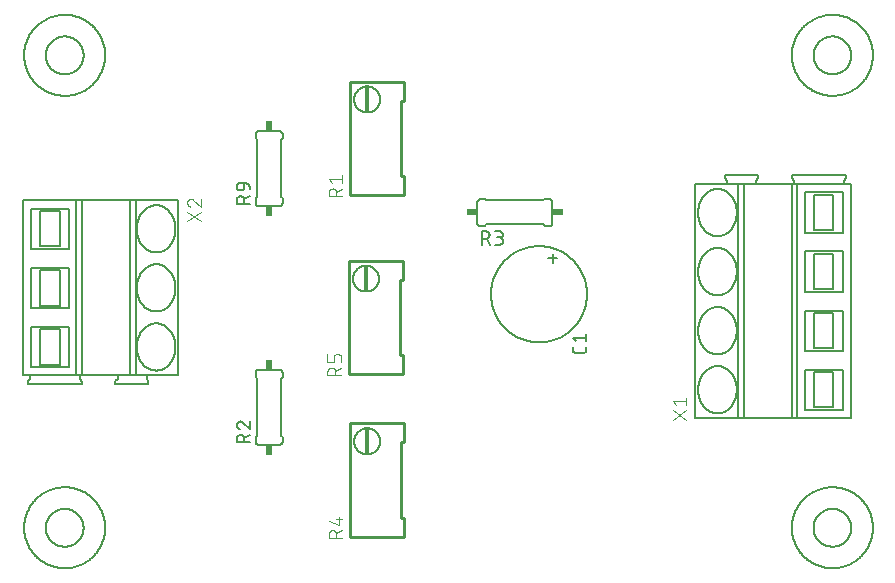
<source format=gbr>
G04 EAGLE Gerber X2 export*
%TF.Part,Single*%
%TF.FileFunction,Legend,Top,1*%
%TF.FilePolarity,Positive*%
%TF.GenerationSoftware,Autodesk,EAGLE,9.0.0*%
%TF.CreationDate,2023-01-31T01:08:40Z*%
G75*
%MOMM*%
%FSLAX34Y34*%
%LPD*%
%AMOC8*
5,1,8,0,0,1.08239X$1,22.5*%
G01*
%ADD10C,0.152400*%
%ADD11C,0.127000*%
%ADD12C,0.254000*%
%ADD13C,0.101600*%
%ADD14R,0.400000X2.100000*%
%ADD15R,0.609600X0.863600*%
%ADD16R,0.863600X0.609600*%
%ADD17C,0.203200*%


D10*
X463030Y281990D02*
X463030Y274370D01*
X459220Y278180D02*
X466840Y278180D01*
X410960Y247700D02*
X410972Y248697D01*
X411009Y249694D01*
X411070Y250690D01*
X411156Y251683D01*
X411266Y252675D01*
X411400Y253663D01*
X411558Y254648D01*
X411741Y255628D01*
X411947Y256604D01*
X412178Y257575D01*
X412432Y258539D01*
X412710Y259497D01*
X413011Y260448D01*
X413336Y261391D01*
X413683Y262326D01*
X414054Y263252D01*
X414447Y264169D01*
X414862Y265076D01*
X415299Y265972D01*
X415759Y266858D01*
X416240Y267731D01*
X416742Y268593D01*
X417265Y269442D01*
X417809Y270278D01*
X418373Y271101D01*
X418958Y271909D01*
X419562Y272703D01*
X420185Y273482D01*
X420827Y274245D01*
X421488Y274992D01*
X422167Y275723D01*
X422863Y276437D01*
X423577Y277133D01*
X424308Y277812D01*
X425055Y278473D01*
X425818Y279115D01*
X426597Y279738D01*
X427391Y280342D01*
X428199Y280927D01*
X429022Y281491D01*
X429858Y282035D01*
X430707Y282558D01*
X431569Y283060D01*
X432442Y283541D01*
X433328Y284001D01*
X434224Y284438D01*
X435131Y284853D01*
X436048Y285246D01*
X436974Y285617D01*
X437909Y285964D01*
X438852Y286289D01*
X439803Y286590D01*
X440761Y286868D01*
X441725Y287122D01*
X442696Y287353D01*
X443672Y287559D01*
X444652Y287742D01*
X445637Y287900D01*
X446625Y288034D01*
X447617Y288144D01*
X448610Y288230D01*
X449606Y288291D01*
X450603Y288328D01*
X451600Y288340D01*
X452597Y288328D01*
X453594Y288291D01*
X454590Y288230D01*
X455583Y288144D01*
X456575Y288034D01*
X457563Y287900D01*
X458548Y287742D01*
X459528Y287559D01*
X460504Y287353D01*
X461475Y287122D01*
X462439Y286868D01*
X463397Y286590D01*
X464348Y286289D01*
X465291Y285964D01*
X466226Y285617D01*
X467152Y285246D01*
X468069Y284853D01*
X468976Y284438D01*
X469872Y284001D01*
X470758Y283541D01*
X471631Y283060D01*
X472493Y282558D01*
X473342Y282035D01*
X474178Y281491D01*
X475001Y280927D01*
X475809Y280342D01*
X476603Y279738D01*
X477382Y279115D01*
X478145Y278473D01*
X478892Y277812D01*
X479623Y277133D01*
X480337Y276437D01*
X481033Y275723D01*
X481712Y274992D01*
X482373Y274245D01*
X483015Y273482D01*
X483638Y272703D01*
X484242Y271909D01*
X484827Y271101D01*
X485391Y270278D01*
X485935Y269442D01*
X486458Y268593D01*
X486960Y267731D01*
X487441Y266858D01*
X487901Y265972D01*
X488338Y265076D01*
X488753Y264169D01*
X489146Y263252D01*
X489517Y262326D01*
X489864Y261391D01*
X490189Y260448D01*
X490490Y259497D01*
X490768Y258539D01*
X491022Y257575D01*
X491253Y256604D01*
X491459Y255628D01*
X491642Y254648D01*
X491800Y253663D01*
X491934Y252675D01*
X492044Y251683D01*
X492130Y250690D01*
X492191Y249694D01*
X492228Y248697D01*
X492240Y247700D01*
X492228Y246703D01*
X492191Y245706D01*
X492130Y244710D01*
X492044Y243717D01*
X491934Y242725D01*
X491800Y241737D01*
X491642Y240752D01*
X491459Y239772D01*
X491253Y238796D01*
X491022Y237825D01*
X490768Y236861D01*
X490490Y235903D01*
X490189Y234952D01*
X489864Y234009D01*
X489517Y233074D01*
X489146Y232148D01*
X488753Y231231D01*
X488338Y230324D01*
X487901Y229428D01*
X487441Y228542D01*
X486960Y227669D01*
X486458Y226807D01*
X485935Y225958D01*
X485391Y225122D01*
X484827Y224299D01*
X484242Y223491D01*
X483638Y222697D01*
X483015Y221918D01*
X482373Y221155D01*
X481712Y220408D01*
X481033Y219677D01*
X480337Y218963D01*
X479623Y218267D01*
X478892Y217588D01*
X478145Y216927D01*
X477382Y216285D01*
X476603Y215662D01*
X475809Y215058D01*
X475001Y214473D01*
X474178Y213909D01*
X473342Y213365D01*
X472493Y212842D01*
X471631Y212340D01*
X470758Y211859D01*
X469872Y211399D01*
X468976Y210962D01*
X468069Y210547D01*
X467152Y210154D01*
X466226Y209783D01*
X465291Y209436D01*
X464348Y209111D01*
X463397Y208810D01*
X462439Y208532D01*
X461475Y208278D01*
X460504Y208047D01*
X459528Y207841D01*
X458548Y207658D01*
X457563Y207500D01*
X456575Y207366D01*
X455583Y207256D01*
X454590Y207170D01*
X453594Y207109D01*
X452597Y207072D01*
X451600Y207060D01*
X450603Y207072D01*
X449606Y207109D01*
X448610Y207170D01*
X447617Y207256D01*
X446625Y207366D01*
X445637Y207500D01*
X444652Y207658D01*
X443672Y207841D01*
X442696Y208047D01*
X441725Y208278D01*
X440761Y208532D01*
X439803Y208810D01*
X438852Y209111D01*
X437909Y209436D01*
X436974Y209783D01*
X436048Y210154D01*
X435131Y210547D01*
X434224Y210962D01*
X433328Y211399D01*
X432442Y211859D01*
X431569Y212340D01*
X430707Y212842D01*
X429858Y213365D01*
X429022Y213909D01*
X428199Y214473D01*
X427391Y215058D01*
X426597Y215662D01*
X425818Y216285D01*
X425055Y216927D01*
X424308Y217588D01*
X423577Y218267D01*
X422863Y218963D01*
X422167Y219677D01*
X421488Y220408D01*
X420827Y221155D01*
X420185Y221918D01*
X419562Y222697D01*
X418958Y223491D01*
X418373Y224299D01*
X417809Y225122D01*
X417265Y225958D01*
X416742Y226807D01*
X416240Y227669D01*
X415759Y228542D01*
X415299Y229428D01*
X414862Y230324D01*
X414447Y231231D01*
X414054Y232148D01*
X413683Y233074D01*
X413336Y234009D01*
X413011Y234952D01*
X412710Y235903D01*
X412432Y236861D01*
X412178Y237825D01*
X411947Y238796D01*
X411741Y239772D01*
X411558Y240752D01*
X411400Y241737D01*
X411266Y242725D01*
X411156Y243717D01*
X411070Y244710D01*
X411009Y245706D01*
X410972Y246703D01*
X410960Y247700D01*
D11*
X491605Y203213D02*
X491605Y200673D01*
X491603Y200573D01*
X491597Y200474D01*
X491587Y200374D01*
X491574Y200276D01*
X491556Y200177D01*
X491535Y200080D01*
X491510Y199984D01*
X491481Y199888D01*
X491448Y199794D01*
X491412Y199701D01*
X491372Y199610D01*
X491328Y199520D01*
X491281Y199432D01*
X491231Y199346D01*
X491177Y199262D01*
X491120Y199180D01*
X491060Y199101D01*
X490996Y199023D01*
X490930Y198949D01*
X490861Y198877D01*
X490789Y198808D01*
X490715Y198742D01*
X490637Y198678D01*
X490558Y198618D01*
X490476Y198561D01*
X490392Y198507D01*
X490306Y198457D01*
X490218Y198410D01*
X490128Y198366D01*
X490037Y198326D01*
X489944Y198290D01*
X489850Y198257D01*
X489754Y198228D01*
X489658Y198203D01*
X489561Y198182D01*
X489462Y198164D01*
X489364Y198151D01*
X489264Y198141D01*
X489165Y198135D01*
X489065Y198133D01*
X482715Y198133D01*
X482615Y198135D01*
X482516Y198141D01*
X482416Y198151D01*
X482318Y198164D01*
X482219Y198182D01*
X482122Y198203D01*
X482026Y198228D01*
X481930Y198257D01*
X481836Y198290D01*
X481743Y198326D01*
X481652Y198366D01*
X481562Y198410D01*
X481474Y198457D01*
X481388Y198507D01*
X481304Y198561D01*
X481222Y198618D01*
X481143Y198678D01*
X481065Y198742D01*
X480991Y198808D01*
X480919Y198877D01*
X480850Y198949D01*
X480784Y199023D01*
X480720Y199101D01*
X480660Y199180D01*
X480603Y199262D01*
X480549Y199346D01*
X480499Y199432D01*
X480452Y199520D01*
X480408Y199610D01*
X480368Y199701D01*
X480332Y199794D01*
X480299Y199888D01*
X480270Y199984D01*
X480245Y200080D01*
X480224Y200177D01*
X480206Y200276D01*
X480193Y200374D01*
X480183Y200474D01*
X480177Y200573D01*
X480175Y200673D01*
X480175Y203213D01*
X482715Y207695D02*
X480175Y210870D01*
X491605Y210870D01*
X491605Y207695D02*
X491605Y214045D01*
D12*
X337100Y331700D02*
X291600Y331700D01*
X291600Y427700D01*
X337100Y427700D01*
X337100Y411700D01*
X334600Y411700D01*
X334600Y347700D01*
X337100Y347700D01*
X337100Y331700D01*
D10*
X295100Y412700D02*
X295103Y412970D01*
X295113Y413240D01*
X295130Y413509D01*
X295153Y413778D01*
X295183Y414047D01*
X295219Y414314D01*
X295262Y414581D01*
X295311Y414846D01*
X295367Y415110D01*
X295430Y415373D01*
X295498Y415634D01*
X295574Y415893D01*
X295655Y416150D01*
X295743Y416406D01*
X295837Y416659D01*
X295937Y416910D01*
X296044Y417158D01*
X296156Y417403D01*
X296275Y417646D01*
X296399Y417885D01*
X296529Y418122D01*
X296665Y418355D01*
X296807Y418585D01*
X296954Y418811D01*
X297107Y419034D01*
X297265Y419253D01*
X297428Y419468D01*
X297597Y419678D01*
X297771Y419885D01*
X297950Y420087D01*
X298133Y420285D01*
X298322Y420478D01*
X298515Y420667D01*
X298713Y420850D01*
X298915Y421029D01*
X299122Y421203D01*
X299332Y421372D01*
X299547Y421535D01*
X299766Y421693D01*
X299989Y421846D01*
X300215Y421993D01*
X300445Y422135D01*
X300678Y422271D01*
X300915Y422401D01*
X301154Y422525D01*
X301397Y422644D01*
X301642Y422756D01*
X301890Y422863D01*
X302141Y422963D01*
X302394Y423057D01*
X302650Y423145D01*
X302907Y423226D01*
X303166Y423302D01*
X303427Y423370D01*
X303690Y423433D01*
X303954Y423489D01*
X304219Y423538D01*
X304486Y423581D01*
X304753Y423617D01*
X305022Y423647D01*
X305291Y423670D01*
X305560Y423687D01*
X305830Y423697D01*
X306100Y423700D01*
X306370Y423697D01*
X306640Y423687D01*
X306909Y423670D01*
X307178Y423647D01*
X307447Y423617D01*
X307714Y423581D01*
X307981Y423538D01*
X308246Y423489D01*
X308510Y423433D01*
X308773Y423370D01*
X309034Y423302D01*
X309293Y423226D01*
X309550Y423145D01*
X309806Y423057D01*
X310059Y422963D01*
X310310Y422863D01*
X310558Y422756D01*
X310803Y422644D01*
X311046Y422525D01*
X311285Y422401D01*
X311522Y422271D01*
X311755Y422135D01*
X311985Y421993D01*
X312211Y421846D01*
X312434Y421693D01*
X312653Y421535D01*
X312868Y421372D01*
X313078Y421203D01*
X313285Y421029D01*
X313487Y420850D01*
X313685Y420667D01*
X313878Y420478D01*
X314067Y420285D01*
X314250Y420087D01*
X314429Y419885D01*
X314603Y419678D01*
X314772Y419468D01*
X314935Y419253D01*
X315093Y419034D01*
X315246Y418811D01*
X315393Y418585D01*
X315535Y418355D01*
X315671Y418122D01*
X315801Y417885D01*
X315925Y417646D01*
X316044Y417403D01*
X316156Y417158D01*
X316263Y416910D01*
X316363Y416659D01*
X316457Y416406D01*
X316545Y416150D01*
X316626Y415893D01*
X316702Y415634D01*
X316770Y415373D01*
X316833Y415110D01*
X316889Y414846D01*
X316938Y414581D01*
X316981Y414314D01*
X317017Y414047D01*
X317047Y413778D01*
X317070Y413509D01*
X317087Y413240D01*
X317097Y412970D01*
X317100Y412700D01*
X317097Y412430D01*
X317087Y412160D01*
X317070Y411891D01*
X317047Y411622D01*
X317017Y411353D01*
X316981Y411086D01*
X316938Y410819D01*
X316889Y410554D01*
X316833Y410290D01*
X316770Y410027D01*
X316702Y409766D01*
X316626Y409507D01*
X316545Y409250D01*
X316457Y408994D01*
X316363Y408741D01*
X316263Y408490D01*
X316156Y408242D01*
X316044Y407997D01*
X315925Y407754D01*
X315801Y407515D01*
X315671Y407278D01*
X315535Y407045D01*
X315393Y406815D01*
X315246Y406589D01*
X315093Y406366D01*
X314935Y406147D01*
X314772Y405932D01*
X314603Y405722D01*
X314429Y405515D01*
X314250Y405313D01*
X314067Y405115D01*
X313878Y404922D01*
X313685Y404733D01*
X313487Y404550D01*
X313285Y404371D01*
X313078Y404197D01*
X312868Y404028D01*
X312653Y403865D01*
X312434Y403707D01*
X312211Y403554D01*
X311985Y403407D01*
X311755Y403265D01*
X311522Y403129D01*
X311285Y402999D01*
X311046Y402875D01*
X310803Y402756D01*
X310558Y402644D01*
X310310Y402537D01*
X310059Y402437D01*
X309806Y402343D01*
X309550Y402255D01*
X309293Y402174D01*
X309034Y402098D01*
X308773Y402030D01*
X308510Y401967D01*
X308246Y401911D01*
X307981Y401862D01*
X307714Y401819D01*
X307447Y401783D01*
X307178Y401753D01*
X306909Y401730D01*
X306640Y401713D01*
X306370Y401703D01*
X306100Y401700D01*
X305830Y401703D01*
X305560Y401713D01*
X305291Y401730D01*
X305022Y401753D01*
X304753Y401783D01*
X304486Y401819D01*
X304219Y401862D01*
X303954Y401911D01*
X303690Y401967D01*
X303427Y402030D01*
X303166Y402098D01*
X302907Y402174D01*
X302650Y402255D01*
X302394Y402343D01*
X302141Y402437D01*
X301890Y402537D01*
X301642Y402644D01*
X301397Y402756D01*
X301154Y402875D01*
X300915Y402999D01*
X300678Y403129D01*
X300445Y403265D01*
X300215Y403407D01*
X299989Y403554D01*
X299766Y403707D01*
X299547Y403865D01*
X299332Y404028D01*
X299122Y404197D01*
X298915Y404371D01*
X298713Y404550D01*
X298515Y404733D01*
X298322Y404922D01*
X298133Y405115D01*
X297950Y405313D01*
X297771Y405515D01*
X297597Y405722D01*
X297428Y405932D01*
X297265Y406147D01*
X297107Y406366D01*
X296954Y406589D01*
X296807Y406815D01*
X296665Y407045D01*
X296529Y407278D01*
X296399Y407515D01*
X296275Y407754D01*
X296156Y407997D01*
X296044Y408242D01*
X295937Y408490D01*
X295837Y408741D01*
X295743Y408994D01*
X295655Y409250D01*
X295574Y409507D01*
X295498Y409766D01*
X295430Y410027D01*
X295367Y410290D01*
X295311Y410554D01*
X295262Y410819D01*
X295219Y411086D01*
X295183Y411353D01*
X295153Y411622D01*
X295130Y411891D01*
X295113Y412160D01*
X295103Y412430D01*
X295100Y412700D01*
D13*
X285192Y330708D02*
X273508Y330708D01*
X273508Y333954D01*
X273510Y334067D01*
X273516Y334180D01*
X273526Y334293D01*
X273540Y334406D01*
X273557Y334518D01*
X273579Y334629D01*
X273604Y334739D01*
X273634Y334849D01*
X273667Y334957D01*
X273704Y335064D01*
X273744Y335170D01*
X273789Y335274D01*
X273837Y335377D01*
X273888Y335478D01*
X273943Y335577D01*
X274001Y335674D01*
X274063Y335769D01*
X274128Y335862D01*
X274196Y335952D01*
X274267Y336040D01*
X274342Y336126D01*
X274419Y336209D01*
X274499Y336289D01*
X274582Y336366D01*
X274668Y336441D01*
X274756Y336512D01*
X274846Y336580D01*
X274939Y336645D01*
X275034Y336707D01*
X275131Y336765D01*
X275230Y336820D01*
X275331Y336871D01*
X275434Y336919D01*
X275538Y336964D01*
X275644Y337004D01*
X275751Y337041D01*
X275859Y337074D01*
X275969Y337104D01*
X276079Y337129D01*
X276190Y337151D01*
X276302Y337168D01*
X276415Y337182D01*
X276528Y337192D01*
X276641Y337198D01*
X276754Y337200D01*
X276867Y337198D01*
X276980Y337192D01*
X277093Y337182D01*
X277206Y337168D01*
X277318Y337151D01*
X277429Y337129D01*
X277539Y337104D01*
X277649Y337074D01*
X277757Y337041D01*
X277864Y337004D01*
X277970Y336964D01*
X278074Y336919D01*
X278177Y336871D01*
X278278Y336820D01*
X278377Y336765D01*
X278474Y336707D01*
X278569Y336645D01*
X278662Y336580D01*
X278752Y336512D01*
X278840Y336441D01*
X278926Y336366D01*
X279009Y336289D01*
X279089Y336209D01*
X279166Y336126D01*
X279241Y336040D01*
X279312Y335952D01*
X279380Y335862D01*
X279445Y335769D01*
X279507Y335674D01*
X279565Y335577D01*
X279620Y335478D01*
X279671Y335377D01*
X279719Y335274D01*
X279764Y335170D01*
X279804Y335064D01*
X279841Y334957D01*
X279874Y334849D01*
X279904Y334739D01*
X279929Y334629D01*
X279951Y334518D01*
X279968Y334406D01*
X279982Y334293D01*
X279992Y334180D01*
X279998Y334067D01*
X280000Y333954D01*
X279999Y333954D02*
X279999Y330708D01*
X279999Y334603D02*
X285192Y337199D01*
X276104Y342064D02*
X273508Y345310D01*
X285192Y345310D01*
X285192Y348555D02*
X285192Y342064D01*
D14*
X306100Y412700D03*
D10*
X211570Y122890D02*
X211572Y122790D01*
X211578Y122691D01*
X211588Y122591D01*
X211601Y122493D01*
X211619Y122394D01*
X211640Y122297D01*
X211665Y122201D01*
X211694Y122105D01*
X211727Y122011D01*
X211763Y121918D01*
X211803Y121827D01*
X211847Y121737D01*
X211894Y121649D01*
X211944Y121563D01*
X211998Y121479D01*
X212055Y121397D01*
X212115Y121318D01*
X212179Y121240D01*
X212245Y121166D01*
X212314Y121094D01*
X212386Y121025D01*
X212460Y120959D01*
X212538Y120895D01*
X212617Y120835D01*
X212699Y120778D01*
X212783Y120724D01*
X212869Y120674D01*
X212957Y120627D01*
X213047Y120583D01*
X213138Y120543D01*
X213231Y120507D01*
X213325Y120474D01*
X213421Y120445D01*
X213517Y120420D01*
X213614Y120399D01*
X213713Y120381D01*
X213811Y120368D01*
X213911Y120358D01*
X214010Y120352D01*
X214110Y120350D01*
X231890Y120350D02*
X231990Y120352D01*
X232089Y120358D01*
X232189Y120368D01*
X232287Y120381D01*
X232386Y120399D01*
X232483Y120420D01*
X232579Y120445D01*
X232675Y120474D01*
X232769Y120507D01*
X232862Y120543D01*
X232953Y120583D01*
X233043Y120627D01*
X233131Y120674D01*
X233217Y120724D01*
X233301Y120778D01*
X233383Y120835D01*
X233462Y120895D01*
X233540Y120959D01*
X233614Y121025D01*
X233686Y121094D01*
X233755Y121166D01*
X233821Y121240D01*
X233885Y121318D01*
X233945Y121397D01*
X234002Y121479D01*
X234056Y121563D01*
X234106Y121649D01*
X234153Y121737D01*
X234197Y121827D01*
X234237Y121918D01*
X234273Y122011D01*
X234306Y122105D01*
X234335Y122201D01*
X234360Y122297D01*
X234381Y122394D01*
X234399Y122493D01*
X234412Y122591D01*
X234422Y122691D01*
X234428Y122790D01*
X234430Y122890D01*
X234430Y181310D02*
X234428Y181410D01*
X234422Y181509D01*
X234412Y181609D01*
X234399Y181707D01*
X234381Y181806D01*
X234360Y181903D01*
X234335Y181999D01*
X234306Y182095D01*
X234273Y182189D01*
X234237Y182282D01*
X234197Y182373D01*
X234153Y182463D01*
X234106Y182551D01*
X234056Y182637D01*
X234002Y182721D01*
X233945Y182803D01*
X233885Y182882D01*
X233821Y182960D01*
X233755Y183034D01*
X233686Y183106D01*
X233614Y183175D01*
X233540Y183241D01*
X233462Y183305D01*
X233383Y183365D01*
X233301Y183422D01*
X233217Y183476D01*
X233131Y183526D01*
X233043Y183573D01*
X232953Y183617D01*
X232862Y183657D01*
X232769Y183693D01*
X232675Y183726D01*
X232579Y183755D01*
X232483Y183780D01*
X232386Y183801D01*
X232287Y183819D01*
X232189Y183832D01*
X232089Y183842D01*
X231990Y183848D01*
X231890Y183850D01*
X214110Y183850D02*
X214010Y183848D01*
X213911Y183842D01*
X213811Y183832D01*
X213713Y183819D01*
X213614Y183801D01*
X213517Y183780D01*
X213421Y183755D01*
X213325Y183726D01*
X213231Y183693D01*
X213138Y183657D01*
X213047Y183617D01*
X212957Y183573D01*
X212869Y183526D01*
X212783Y183476D01*
X212699Y183422D01*
X212617Y183365D01*
X212538Y183305D01*
X212460Y183241D01*
X212386Y183175D01*
X212314Y183106D01*
X212245Y183034D01*
X212179Y182960D01*
X212115Y182882D01*
X212055Y182803D01*
X211998Y182721D01*
X211944Y182637D01*
X211894Y182551D01*
X211847Y182463D01*
X211803Y182373D01*
X211763Y182282D01*
X211727Y182189D01*
X211694Y182095D01*
X211665Y181999D01*
X211640Y181903D01*
X211619Y181806D01*
X211601Y181707D01*
X211588Y181609D01*
X211578Y181509D01*
X211572Y181410D01*
X211570Y181310D01*
X214110Y120350D02*
X231890Y120350D01*
X211570Y122890D02*
X211570Y126700D01*
X212840Y127970D01*
X234430Y126700D02*
X234430Y122890D01*
X234430Y126700D02*
X233160Y127970D01*
X212840Y176230D02*
X211570Y177500D01*
X212840Y176230D02*
X212840Y127970D01*
X233160Y176230D02*
X234430Y177500D01*
X233160Y176230D02*
X233160Y127970D01*
X211570Y177500D02*
X211570Y181310D01*
X234430Y181310D02*
X234430Y177500D01*
X231890Y183850D02*
X214110Y183850D01*
D15*
X223000Y188168D03*
X223000Y116032D03*
D11*
X207125Y122255D02*
X195695Y122255D01*
X195695Y125430D01*
X195697Y125541D01*
X195703Y125651D01*
X195712Y125762D01*
X195726Y125872D01*
X195743Y125981D01*
X195764Y126090D01*
X195789Y126198D01*
X195818Y126305D01*
X195850Y126411D01*
X195886Y126516D01*
X195926Y126619D01*
X195969Y126721D01*
X196016Y126822D01*
X196067Y126921D01*
X196120Y127017D01*
X196177Y127112D01*
X196238Y127205D01*
X196301Y127296D01*
X196368Y127385D01*
X196438Y127471D01*
X196511Y127554D01*
X196586Y127636D01*
X196664Y127714D01*
X196746Y127789D01*
X196829Y127862D01*
X196915Y127932D01*
X197004Y127999D01*
X197095Y128062D01*
X197188Y128123D01*
X197283Y128180D01*
X197379Y128233D01*
X197478Y128284D01*
X197579Y128331D01*
X197681Y128374D01*
X197784Y128414D01*
X197889Y128450D01*
X197995Y128482D01*
X198102Y128511D01*
X198210Y128536D01*
X198319Y128557D01*
X198428Y128574D01*
X198538Y128588D01*
X198649Y128597D01*
X198759Y128603D01*
X198870Y128605D01*
X198981Y128603D01*
X199091Y128597D01*
X199202Y128588D01*
X199312Y128574D01*
X199421Y128557D01*
X199530Y128536D01*
X199638Y128511D01*
X199745Y128482D01*
X199851Y128450D01*
X199956Y128414D01*
X200059Y128374D01*
X200161Y128331D01*
X200262Y128284D01*
X200361Y128233D01*
X200458Y128180D01*
X200552Y128123D01*
X200645Y128062D01*
X200736Y127999D01*
X200825Y127932D01*
X200911Y127862D01*
X200994Y127789D01*
X201076Y127714D01*
X201154Y127636D01*
X201229Y127554D01*
X201302Y127471D01*
X201372Y127385D01*
X201439Y127296D01*
X201502Y127205D01*
X201563Y127112D01*
X201620Y127018D01*
X201673Y126921D01*
X201724Y126822D01*
X201771Y126721D01*
X201814Y126619D01*
X201854Y126516D01*
X201890Y126411D01*
X201922Y126305D01*
X201951Y126198D01*
X201976Y126090D01*
X201997Y125981D01*
X202014Y125872D01*
X202028Y125762D01*
X202037Y125651D01*
X202043Y125541D01*
X202045Y125430D01*
X202045Y122255D01*
X202045Y126065D02*
X207125Y128605D01*
X198553Y139953D02*
X198449Y139951D01*
X198344Y139945D01*
X198240Y139936D01*
X198137Y139923D01*
X198034Y139905D01*
X197932Y139885D01*
X197830Y139860D01*
X197730Y139832D01*
X197630Y139800D01*
X197532Y139764D01*
X197435Y139725D01*
X197340Y139683D01*
X197246Y139637D01*
X197154Y139587D01*
X197064Y139535D01*
X196976Y139479D01*
X196890Y139419D01*
X196806Y139357D01*
X196725Y139292D01*
X196646Y139224D01*
X196569Y139152D01*
X196496Y139079D01*
X196424Y139002D01*
X196356Y138923D01*
X196291Y138842D01*
X196229Y138758D01*
X196169Y138672D01*
X196113Y138584D01*
X196061Y138494D01*
X196011Y138402D01*
X195965Y138308D01*
X195923Y138213D01*
X195884Y138116D01*
X195848Y138018D01*
X195816Y137918D01*
X195788Y137818D01*
X195763Y137716D01*
X195743Y137614D01*
X195725Y137511D01*
X195712Y137408D01*
X195703Y137304D01*
X195697Y137199D01*
X195695Y137095D01*
X195697Y136977D01*
X195703Y136858D01*
X195712Y136740D01*
X195725Y136623D01*
X195743Y136506D01*
X195763Y136389D01*
X195788Y136273D01*
X195816Y136158D01*
X195849Y136045D01*
X195884Y135932D01*
X195924Y135820D01*
X195966Y135710D01*
X196013Y135601D01*
X196063Y135493D01*
X196116Y135388D01*
X196173Y135284D01*
X196233Y135182D01*
X196296Y135082D01*
X196363Y134984D01*
X196432Y134888D01*
X196505Y134795D01*
X196581Y134704D01*
X196659Y134615D01*
X196741Y134529D01*
X196825Y134446D01*
X196911Y134365D01*
X197001Y134288D01*
X197092Y134213D01*
X197186Y134141D01*
X197283Y134072D01*
X197381Y134007D01*
X197482Y133944D01*
X197585Y133885D01*
X197689Y133829D01*
X197795Y133777D01*
X197903Y133728D01*
X198012Y133683D01*
X198123Y133641D01*
X198235Y133603D01*
X200775Y139000D02*
X200700Y139076D01*
X200621Y139151D01*
X200540Y139222D01*
X200456Y139291D01*
X200370Y139356D01*
X200282Y139418D01*
X200192Y139478D01*
X200100Y139534D01*
X200005Y139587D01*
X199909Y139636D01*
X199811Y139682D01*
X199712Y139725D01*
X199611Y139764D01*
X199509Y139799D01*
X199406Y139831D01*
X199302Y139859D01*
X199197Y139884D01*
X199090Y139905D01*
X198984Y139922D01*
X198877Y139935D01*
X198769Y139944D01*
X198661Y139950D01*
X198553Y139952D01*
X200775Y139000D02*
X207125Y133602D01*
X207125Y139952D01*
D10*
X460410Y305470D02*
X460510Y305472D01*
X460609Y305478D01*
X460709Y305488D01*
X460807Y305501D01*
X460906Y305519D01*
X461003Y305540D01*
X461099Y305565D01*
X461195Y305594D01*
X461289Y305627D01*
X461382Y305663D01*
X461473Y305703D01*
X461563Y305747D01*
X461651Y305794D01*
X461737Y305844D01*
X461821Y305898D01*
X461903Y305955D01*
X461982Y306015D01*
X462060Y306079D01*
X462134Y306145D01*
X462206Y306214D01*
X462275Y306286D01*
X462341Y306360D01*
X462405Y306438D01*
X462465Y306517D01*
X462522Y306599D01*
X462576Y306683D01*
X462626Y306769D01*
X462673Y306857D01*
X462717Y306947D01*
X462757Y307038D01*
X462793Y307131D01*
X462826Y307225D01*
X462855Y307321D01*
X462880Y307417D01*
X462901Y307514D01*
X462919Y307613D01*
X462932Y307711D01*
X462942Y307811D01*
X462948Y307910D01*
X462950Y308010D01*
X462950Y325790D02*
X462948Y325890D01*
X462942Y325989D01*
X462932Y326089D01*
X462919Y326187D01*
X462901Y326286D01*
X462880Y326383D01*
X462855Y326479D01*
X462826Y326575D01*
X462793Y326669D01*
X462757Y326762D01*
X462717Y326853D01*
X462673Y326943D01*
X462626Y327031D01*
X462576Y327117D01*
X462522Y327201D01*
X462465Y327283D01*
X462405Y327362D01*
X462341Y327440D01*
X462275Y327514D01*
X462206Y327586D01*
X462134Y327655D01*
X462060Y327721D01*
X461982Y327785D01*
X461903Y327845D01*
X461821Y327902D01*
X461737Y327956D01*
X461651Y328006D01*
X461563Y328053D01*
X461473Y328097D01*
X461382Y328137D01*
X461289Y328173D01*
X461195Y328206D01*
X461099Y328235D01*
X461003Y328260D01*
X460906Y328281D01*
X460807Y328299D01*
X460709Y328312D01*
X460609Y328322D01*
X460510Y328328D01*
X460410Y328330D01*
X401990Y328330D02*
X401890Y328328D01*
X401791Y328322D01*
X401691Y328312D01*
X401593Y328299D01*
X401494Y328281D01*
X401397Y328260D01*
X401301Y328235D01*
X401205Y328206D01*
X401111Y328173D01*
X401018Y328137D01*
X400927Y328097D01*
X400837Y328053D01*
X400749Y328006D01*
X400663Y327956D01*
X400579Y327902D01*
X400497Y327845D01*
X400418Y327785D01*
X400340Y327721D01*
X400266Y327655D01*
X400194Y327586D01*
X400125Y327514D01*
X400059Y327440D01*
X399995Y327362D01*
X399935Y327283D01*
X399878Y327201D01*
X399824Y327117D01*
X399774Y327031D01*
X399727Y326943D01*
X399683Y326853D01*
X399643Y326762D01*
X399607Y326669D01*
X399574Y326575D01*
X399545Y326479D01*
X399520Y326383D01*
X399499Y326286D01*
X399481Y326187D01*
X399468Y326089D01*
X399458Y325989D01*
X399452Y325890D01*
X399450Y325790D01*
X399450Y308010D02*
X399452Y307910D01*
X399458Y307811D01*
X399468Y307711D01*
X399481Y307613D01*
X399499Y307514D01*
X399520Y307417D01*
X399545Y307321D01*
X399574Y307225D01*
X399607Y307131D01*
X399643Y307038D01*
X399683Y306947D01*
X399727Y306857D01*
X399774Y306769D01*
X399824Y306683D01*
X399878Y306599D01*
X399935Y306517D01*
X399995Y306438D01*
X400059Y306360D01*
X400125Y306286D01*
X400194Y306214D01*
X400266Y306145D01*
X400340Y306079D01*
X400418Y306015D01*
X400497Y305955D01*
X400579Y305898D01*
X400663Y305844D01*
X400749Y305794D01*
X400837Y305747D01*
X400927Y305703D01*
X401018Y305663D01*
X401111Y305627D01*
X401205Y305594D01*
X401301Y305565D01*
X401397Y305540D01*
X401494Y305519D01*
X401593Y305501D01*
X401691Y305488D01*
X401791Y305478D01*
X401890Y305472D01*
X401990Y305470D01*
X462950Y308010D02*
X462950Y325790D01*
X460410Y305470D02*
X456600Y305470D01*
X455330Y306740D01*
X456600Y328330D02*
X460410Y328330D01*
X456600Y328330D02*
X455330Y327060D01*
X407070Y306740D02*
X405800Y305470D01*
X407070Y306740D02*
X455330Y306740D01*
X407070Y327060D02*
X405800Y328330D01*
X407070Y327060D02*
X455330Y327060D01*
X405800Y305470D02*
X401990Y305470D01*
X401990Y328330D02*
X405800Y328330D01*
X399450Y325790D02*
X399450Y308010D01*
D16*
X395132Y316900D03*
X467268Y316900D03*
D11*
X403348Y301025D02*
X403348Y289595D01*
X403348Y301025D02*
X406523Y301025D01*
X406634Y301023D01*
X406744Y301017D01*
X406855Y301008D01*
X406965Y300994D01*
X407074Y300977D01*
X407183Y300956D01*
X407291Y300931D01*
X407398Y300902D01*
X407504Y300870D01*
X407609Y300834D01*
X407712Y300794D01*
X407814Y300751D01*
X407915Y300704D01*
X408014Y300653D01*
X408111Y300600D01*
X408205Y300543D01*
X408298Y300482D01*
X408389Y300419D01*
X408478Y300352D01*
X408564Y300282D01*
X408647Y300209D01*
X408729Y300134D01*
X408807Y300056D01*
X408882Y299974D01*
X408955Y299891D01*
X409025Y299805D01*
X409092Y299716D01*
X409155Y299625D01*
X409216Y299532D01*
X409273Y299437D01*
X409326Y299341D01*
X409377Y299242D01*
X409424Y299141D01*
X409467Y299039D01*
X409507Y298936D01*
X409543Y298831D01*
X409575Y298725D01*
X409604Y298618D01*
X409629Y298510D01*
X409650Y298401D01*
X409667Y298292D01*
X409681Y298182D01*
X409690Y298071D01*
X409696Y297961D01*
X409698Y297850D01*
X409696Y297739D01*
X409690Y297629D01*
X409681Y297518D01*
X409667Y297408D01*
X409650Y297299D01*
X409629Y297190D01*
X409604Y297082D01*
X409575Y296975D01*
X409543Y296869D01*
X409507Y296764D01*
X409467Y296661D01*
X409424Y296559D01*
X409377Y296458D01*
X409326Y296359D01*
X409273Y296262D01*
X409216Y296168D01*
X409155Y296075D01*
X409092Y295984D01*
X409025Y295895D01*
X408955Y295809D01*
X408882Y295726D01*
X408807Y295644D01*
X408729Y295566D01*
X408647Y295491D01*
X408564Y295418D01*
X408478Y295348D01*
X408389Y295281D01*
X408298Y295218D01*
X408205Y295157D01*
X408111Y295100D01*
X408014Y295047D01*
X407915Y294996D01*
X407814Y294949D01*
X407712Y294906D01*
X407609Y294866D01*
X407504Y294830D01*
X407398Y294798D01*
X407291Y294769D01*
X407183Y294744D01*
X407074Y294723D01*
X406965Y294706D01*
X406855Y294692D01*
X406744Y294683D01*
X406634Y294677D01*
X406523Y294675D01*
X403348Y294675D01*
X407158Y294675D02*
X409698Y289595D01*
X414695Y289595D02*
X417870Y289595D01*
X417981Y289597D01*
X418091Y289603D01*
X418202Y289612D01*
X418312Y289626D01*
X418421Y289643D01*
X418530Y289664D01*
X418638Y289689D01*
X418745Y289718D01*
X418851Y289750D01*
X418956Y289786D01*
X419059Y289826D01*
X419161Y289869D01*
X419262Y289916D01*
X419361Y289967D01*
X419458Y290020D01*
X419552Y290077D01*
X419645Y290138D01*
X419736Y290201D01*
X419825Y290268D01*
X419911Y290338D01*
X419994Y290411D01*
X420076Y290486D01*
X420154Y290564D01*
X420229Y290646D01*
X420302Y290729D01*
X420372Y290815D01*
X420439Y290904D01*
X420502Y290995D01*
X420563Y291088D01*
X420620Y291182D01*
X420673Y291279D01*
X420724Y291378D01*
X420771Y291479D01*
X420814Y291581D01*
X420854Y291684D01*
X420890Y291789D01*
X420922Y291895D01*
X420951Y292002D01*
X420976Y292110D01*
X420997Y292219D01*
X421014Y292328D01*
X421028Y292438D01*
X421037Y292549D01*
X421043Y292659D01*
X421045Y292770D01*
X421043Y292881D01*
X421037Y292991D01*
X421028Y293102D01*
X421014Y293212D01*
X420997Y293321D01*
X420976Y293430D01*
X420951Y293538D01*
X420922Y293645D01*
X420890Y293751D01*
X420854Y293856D01*
X420814Y293959D01*
X420771Y294061D01*
X420724Y294162D01*
X420673Y294261D01*
X420620Y294357D01*
X420563Y294452D01*
X420502Y294545D01*
X420439Y294636D01*
X420372Y294725D01*
X420302Y294811D01*
X420229Y294894D01*
X420154Y294976D01*
X420076Y295054D01*
X419994Y295129D01*
X419911Y295202D01*
X419825Y295272D01*
X419736Y295339D01*
X419645Y295402D01*
X419552Y295463D01*
X419458Y295520D01*
X419361Y295573D01*
X419262Y295624D01*
X419161Y295671D01*
X419059Y295714D01*
X418956Y295754D01*
X418851Y295790D01*
X418745Y295822D01*
X418638Y295851D01*
X418530Y295876D01*
X418421Y295897D01*
X418312Y295914D01*
X418202Y295928D01*
X418091Y295937D01*
X417981Y295943D01*
X417870Y295945D01*
X418505Y301025D02*
X414695Y301025D01*
X418505Y301025D02*
X418605Y301023D01*
X418704Y301017D01*
X418804Y301007D01*
X418902Y300994D01*
X419001Y300976D01*
X419098Y300955D01*
X419194Y300930D01*
X419290Y300901D01*
X419384Y300868D01*
X419477Y300832D01*
X419568Y300792D01*
X419658Y300748D01*
X419746Y300701D01*
X419832Y300651D01*
X419916Y300597D01*
X419998Y300540D01*
X420077Y300480D01*
X420155Y300416D01*
X420229Y300350D01*
X420301Y300281D01*
X420370Y300209D01*
X420436Y300135D01*
X420500Y300057D01*
X420560Y299978D01*
X420617Y299896D01*
X420671Y299812D01*
X420721Y299726D01*
X420768Y299638D01*
X420812Y299548D01*
X420852Y299457D01*
X420888Y299364D01*
X420921Y299270D01*
X420950Y299174D01*
X420975Y299078D01*
X420996Y298981D01*
X421014Y298882D01*
X421027Y298784D01*
X421037Y298684D01*
X421043Y298585D01*
X421045Y298485D01*
X421043Y298385D01*
X421037Y298286D01*
X421027Y298186D01*
X421014Y298088D01*
X420996Y297989D01*
X420975Y297892D01*
X420950Y297796D01*
X420921Y297700D01*
X420888Y297606D01*
X420852Y297513D01*
X420812Y297422D01*
X420768Y297332D01*
X420721Y297244D01*
X420671Y297158D01*
X420617Y297074D01*
X420560Y296992D01*
X420500Y296913D01*
X420436Y296835D01*
X420370Y296761D01*
X420301Y296689D01*
X420229Y296620D01*
X420155Y296554D01*
X420077Y296490D01*
X419998Y296430D01*
X419916Y296373D01*
X419832Y296319D01*
X419746Y296269D01*
X419658Y296222D01*
X419568Y296178D01*
X419477Y296138D01*
X419384Y296102D01*
X419290Y296069D01*
X419194Y296040D01*
X419098Y296015D01*
X419001Y295994D01*
X418902Y295976D01*
X418804Y295963D01*
X418704Y295953D01*
X418605Y295947D01*
X418505Y295945D01*
X415965Y295945D01*
D12*
X337100Y42300D02*
X291600Y42300D01*
X291600Y138300D01*
X337100Y138300D01*
X337100Y122300D01*
X334600Y122300D01*
X334600Y58300D01*
X337100Y58300D01*
X337100Y42300D01*
D10*
X295100Y123300D02*
X295103Y123570D01*
X295113Y123840D01*
X295130Y124109D01*
X295153Y124378D01*
X295183Y124647D01*
X295219Y124914D01*
X295262Y125181D01*
X295311Y125446D01*
X295367Y125710D01*
X295430Y125973D01*
X295498Y126234D01*
X295574Y126493D01*
X295655Y126750D01*
X295743Y127006D01*
X295837Y127259D01*
X295937Y127510D01*
X296044Y127758D01*
X296156Y128003D01*
X296275Y128246D01*
X296399Y128485D01*
X296529Y128722D01*
X296665Y128955D01*
X296807Y129185D01*
X296954Y129411D01*
X297107Y129634D01*
X297265Y129853D01*
X297428Y130068D01*
X297597Y130278D01*
X297771Y130485D01*
X297950Y130687D01*
X298133Y130885D01*
X298322Y131078D01*
X298515Y131267D01*
X298713Y131450D01*
X298915Y131629D01*
X299122Y131803D01*
X299332Y131972D01*
X299547Y132135D01*
X299766Y132293D01*
X299989Y132446D01*
X300215Y132593D01*
X300445Y132735D01*
X300678Y132871D01*
X300915Y133001D01*
X301154Y133125D01*
X301397Y133244D01*
X301642Y133356D01*
X301890Y133463D01*
X302141Y133563D01*
X302394Y133657D01*
X302650Y133745D01*
X302907Y133826D01*
X303166Y133902D01*
X303427Y133970D01*
X303690Y134033D01*
X303954Y134089D01*
X304219Y134138D01*
X304486Y134181D01*
X304753Y134217D01*
X305022Y134247D01*
X305291Y134270D01*
X305560Y134287D01*
X305830Y134297D01*
X306100Y134300D01*
X306370Y134297D01*
X306640Y134287D01*
X306909Y134270D01*
X307178Y134247D01*
X307447Y134217D01*
X307714Y134181D01*
X307981Y134138D01*
X308246Y134089D01*
X308510Y134033D01*
X308773Y133970D01*
X309034Y133902D01*
X309293Y133826D01*
X309550Y133745D01*
X309806Y133657D01*
X310059Y133563D01*
X310310Y133463D01*
X310558Y133356D01*
X310803Y133244D01*
X311046Y133125D01*
X311285Y133001D01*
X311522Y132871D01*
X311755Y132735D01*
X311985Y132593D01*
X312211Y132446D01*
X312434Y132293D01*
X312653Y132135D01*
X312868Y131972D01*
X313078Y131803D01*
X313285Y131629D01*
X313487Y131450D01*
X313685Y131267D01*
X313878Y131078D01*
X314067Y130885D01*
X314250Y130687D01*
X314429Y130485D01*
X314603Y130278D01*
X314772Y130068D01*
X314935Y129853D01*
X315093Y129634D01*
X315246Y129411D01*
X315393Y129185D01*
X315535Y128955D01*
X315671Y128722D01*
X315801Y128485D01*
X315925Y128246D01*
X316044Y128003D01*
X316156Y127758D01*
X316263Y127510D01*
X316363Y127259D01*
X316457Y127006D01*
X316545Y126750D01*
X316626Y126493D01*
X316702Y126234D01*
X316770Y125973D01*
X316833Y125710D01*
X316889Y125446D01*
X316938Y125181D01*
X316981Y124914D01*
X317017Y124647D01*
X317047Y124378D01*
X317070Y124109D01*
X317087Y123840D01*
X317097Y123570D01*
X317100Y123300D01*
X317097Y123030D01*
X317087Y122760D01*
X317070Y122491D01*
X317047Y122222D01*
X317017Y121953D01*
X316981Y121686D01*
X316938Y121419D01*
X316889Y121154D01*
X316833Y120890D01*
X316770Y120627D01*
X316702Y120366D01*
X316626Y120107D01*
X316545Y119850D01*
X316457Y119594D01*
X316363Y119341D01*
X316263Y119090D01*
X316156Y118842D01*
X316044Y118597D01*
X315925Y118354D01*
X315801Y118115D01*
X315671Y117878D01*
X315535Y117645D01*
X315393Y117415D01*
X315246Y117189D01*
X315093Y116966D01*
X314935Y116747D01*
X314772Y116532D01*
X314603Y116322D01*
X314429Y116115D01*
X314250Y115913D01*
X314067Y115715D01*
X313878Y115522D01*
X313685Y115333D01*
X313487Y115150D01*
X313285Y114971D01*
X313078Y114797D01*
X312868Y114628D01*
X312653Y114465D01*
X312434Y114307D01*
X312211Y114154D01*
X311985Y114007D01*
X311755Y113865D01*
X311522Y113729D01*
X311285Y113599D01*
X311046Y113475D01*
X310803Y113356D01*
X310558Y113244D01*
X310310Y113137D01*
X310059Y113037D01*
X309806Y112943D01*
X309550Y112855D01*
X309293Y112774D01*
X309034Y112698D01*
X308773Y112630D01*
X308510Y112567D01*
X308246Y112511D01*
X307981Y112462D01*
X307714Y112419D01*
X307447Y112383D01*
X307178Y112353D01*
X306909Y112330D01*
X306640Y112313D01*
X306370Y112303D01*
X306100Y112300D01*
X305830Y112303D01*
X305560Y112313D01*
X305291Y112330D01*
X305022Y112353D01*
X304753Y112383D01*
X304486Y112419D01*
X304219Y112462D01*
X303954Y112511D01*
X303690Y112567D01*
X303427Y112630D01*
X303166Y112698D01*
X302907Y112774D01*
X302650Y112855D01*
X302394Y112943D01*
X302141Y113037D01*
X301890Y113137D01*
X301642Y113244D01*
X301397Y113356D01*
X301154Y113475D01*
X300915Y113599D01*
X300678Y113729D01*
X300445Y113865D01*
X300215Y114007D01*
X299989Y114154D01*
X299766Y114307D01*
X299547Y114465D01*
X299332Y114628D01*
X299122Y114797D01*
X298915Y114971D01*
X298713Y115150D01*
X298515Y115333D01*
X298322Y115522D01*
X298133Y115715D01*
X297950Y115913D01*
X297771Y116115D01*
X297597Y116322D01*
X297428Y116532D01*
X297265Y116747D01*
X297107Y116966D01*
X296954Y117189D01*
X296807Y117415D01*
X296665Y117645D01*
X296529Y117878D01*
X296399Y118115D01*
X296275Y118354D01*
X296156Y118597D01*
X296044Y118842D01*
X295937Y119090D01*
X295837Y119341D01*
X295743Y119594D01*
X295655Y119850D01*
X295574Y120107D01*
X295498Y120366D01*
X295430Y120627D01*
X295367Y120890D01*
X295311Y121154D01*
X295262Y121419D01*
X295219Y121686D01*
X295183Y121953D01*
X295153Y122222D01*
X295130Y122491D01*
X295113Y122760D01*
X295103Y123030D01*
X295100Y123300D01*
D13*
X285192Y41308D02*
X273508Y41308D01*
X273508Y44554D01*
X273510Y44667D01*
X273516Y44780D01*
X273526Y44893D01*
X273540Y45006D01*
X273557Y45118D01*
X273579Y45229D01*
X273604Y45339D01*
X273634Y45449D01*
X273667Y45557D01*
X273704Y45664D01*
X273744Y45770D01*
X273789Y45874D01*
X273837Y45977D01*
X273888Y46078D01*
X273943Y46177D01*
X274001Y46274D01*
X274063Y46369D01*
X274128Y46462D01*
X274196Y46552D01*
X274267Y46640D01*
X274342Y46726D01*
X274419Y46809D01*
X274499Y46889D01*
X274582Y46966D01*
X274668Y47041D01*
X274756Y47112D01*
X274846Y47180D01*
X274939Y47245D01*
X275034Y47307D01*
X275131Y47365D01*
X275230Y47420D01*
X275331Y47471D01*
X275434Y47519D01*
X275538Y47564D01*
X275644Y47604D01*
X275751Y47641D01*
X275859Y47674D01*
X275969Y47704D01*
X276079Y47729D01*
X276190Y47751D01*
X276302Y47768D01*
X276415Y47782D01*
X276528Y47792D01*
X276641Y47798D01*
X276754Y47800D01*
X276867Y47798D01*
X276980Y47792D01*
X277093Y47782D01*
X277206Y47768D01*
X277318Y47751D01*
X277429Y47729D01*
X277539Y47704D01*
X277649Y47674D01*
X277757Y47641D01*
X277864Y47604D01*
X277970Y47564D01*
X278074Y47519D01*
X278177Y47471D01*
X278278Y47420D01*
X278377Y47365D01*
X278474Y47307D01*
X278569Y47245D01*
X278662Y47180D01*
X278752Y47112D01*
X278840Y47041D01*
X278926Y46966D01*
X279009Y46889D01*
X279089Y46809D01*
X279166Y46726D01*
X279241Y46640D01*
X279312Y46552D01*
X279380Y46462D01*
X279445Y46369D01*
X279507Y46274D01*
X279565Y46177D01*
X279620Y46078D01*
X279671Y45977D01*
X279719Y45874D01*
X279764Y45770D01*
X279804Y45664D01*
X279841Y45557D01*
X279874Y45449D01*
X279904Y45339D01*
X279929Y45229D01*
X279951Y45118D01*
X279968Y45006D01*
X279982Y44893D01*
X279992Y44780D01*
X279998Y44667D01*
X280000Y44554D01*
X279999Y44554D02*
X279999Y41308D01*
X279999Y45203D02*
X285192Y47799D01*
X282596Y52664D02*
X273508Y55261D01*
X282596Y52664D02*
X282596Y59155D01*
X279999Y57208D02*
X285192Y57208D01*
D14*
X306100Y123300D03*
D12*
X290600Y180000D02*
X336100Y180000D01*
X290600Y180000D02*
X290600Y276000D01*
X336100Y276000D01*
X336100Y260000D01*
X333600Y260000D01*
X333600Y196000D01*
X336100Y196000D01*
X336100Y180000D01*
D10*
X294100Y261000D02*
X294103Y261270D01*
X294113Y261540D01*
X294130Y261809D01*
X294153Y262078D01*
X294183Y262347D01*
X294219Y262614D01*
X294262Y262881D01*
X294311Y263146D01*
X294367Y263410D01*
X294430Y263673D01*
X294498Y263934D01*
X294574Y264193D01*
X294655Y264450D01*
X294743Y264706D01*
X294837Y264959D01*
X294937Y265210D01*
X295044Y265458D01*
X295156Y265703D01*
X295275Y265946D01*
X295399Y266185D01*
X295529Y266422D01*
X295665Y266655D01*
X295807Y266885D01*
X295954Y267111D01*
X296107Y267334D01*
X296265Y267553D01*
X296428Y267768D01*
X296597Y267978D01*
X296771Y268185D01*
X296950Y268387D01*
X297133Y268585D01*
X297322Y268778D01*
X297515Y268967D01*
X297713Y269150D01*
X297915Y269329D01*
X298122Y269503D01*
X298332Y269672D01*
X298547Y269835D01*
X298766Y269993D01*
X298989Y270146D01*
X299215Y270293D01*
X299445Y270435D01*
X299678Y270571D01*
X299915Y270701D01*
X300154Y270825D01*
X300397Y270944D01*
X300642Y271056D01*
X300890Y271163D01*
X301141Y271263D01*
X301394Y271357D01*
X301650Y271445D01*
X301907Y271526D01*
X302166Y271602D01*
X302427Y271670D01*
X302690Y271733D01*
X302954Y271789D01*
X303219Y271838D01*
X303486Y271881D01*
X303753Y271917D01*
X304022Y271947D01*
X304291Y271970D01*
X304560Y271987D01*
X304830Y271997D01*
X305100Y272000D01*
X305370Y271997D01*
X305640Y271987D01*
X305909Y271970D01*
X306178Y271947D01*
X306447Y271917D01*
X306714Y271881D01*
X306981Y271838D01*
X307246Y271789D01*
X307510Y271733D01*
X307773Y271670D01*
X308034Y271602D01*
X308293Y271526D01*
X308550Y271445D01*
X308806Y271357D01*
X309059Y271263D01*
X309310Y271163D01*
X309558Y271056D01*
X309803Y270944D01*
X310046Y270825D01*
X310285Y270701D01*
X310522Y270571D01*
X310755Y270435D01*
X310985Y270293D01*
X311211Y270146D01*
X311434Y269993D01*
X311653Y269835D01*
X311868Y269672D01*
X312078Y269503D01*
X312285Y269329D01*
X312487Y269150D01*
X312685Y268967D01*
X312878Y268778D01*
X313067Y268585D01*
X313250Y268387D01*
X313429Y268185D01*
X313603Y267978D01*
X313772Y267768D01*
X313935Y267553D01*
X314093Y267334D01*
X314246Y267111D01*
X314393Y266885D01*
X314535Y266655D01*
X314671Y266422D01*
X314801Y266185D01*
X314925Y265946D01*
X315044Y265703D01*
X315156Y265458D01*
X315263Y265210D01*
X315363Y264959D01*
X315457Y264706D01*
X315545Y264450D01*
X315626Y264193D01*
X315702Y263934D01*
X315770Y263673D01*
X315833Y263410D01*
X315889Y263146D01*
X315938Y262881D01*
X315981Y262614D01*
X316017Y262347D01*
X316047Y262078D01*
X316070Y261809D01*
X316087Y261540D01*
X316097Y261270D01*
X316100Y261000D01*
X316097Y260730D01*
X316087Y260460D01*
X316070Y260191D01*
X316047Y259922D01*
X316017Y259653D01*
X315981Y259386D01*
X315938Y259119D01*
X315889Y258854D01*
X315833Y258590D01*
X315770Y258327D01*
X315702Y258066D01*
X315626Y257807D01*
X315545Y257550D01*
X315457Y257294D01*
X315363Y257041D01*
X315263Y256790D01*
X315156Y256542D01*
X315044Y256297D01*
X314925Y256054D01*
X314801Y255815D01*
X314671Y255578D01*
X314535Y255345D01*
X314393Y255115D01*
X314246Y254889D01*
X314093Y254666D01*
X313935Y254447D01*
X313772Y254232D01*
X313603Y254022D01*
X313429Y253815D01*
X313250Y253613D01*
X313067Y253415D01*
X312878Y253222D01*
X312685Y253033D01*
X312487Y252850D01*
X312285Y252671D01*
X312078Y252497D01*
X311868Y252328D01*
X311653Y252165D01*
X311434Y252007D01*
X311211Y251854D01*
X310985Y251707D01*
X310755Y251565D01*
X310522Y251429D01*
X310285Y251299D01*
X310046Y251175D01*
X309803Y251056D01*
X309558Y250944D01*
X309310Y250837D01*
X309059Y250737D01*
X308806Y250643D01*
X308550Y250555D01*
X308293Y250474D01*
X308034Y250398D01*
X307773Y250330D01*
X307510Y250267D01*
X307246Y250211D01*
X306981Y250162D01*
X306714Y250119D01*
X306447Y250083D01*
X306178Y250053D01*
X305909Y250030D01*
X305640Y250013D01*
X305370Y250003D01*
X305100Y250000D01*
X304830Y250003D01*
X304560Y250013D01*
X304291Y250030D01*
X304022Y250053D01*
X303753Y250083D01*
X303486Y250119D01*
X303219Y250162D01*
X302954Y250211D01*
X302690Y250267D01*
X302427Y250330D01*
X302166Y250398D01*
X301907Y250474D01*
X301650Y250555D01*
X301394Y250643D01*
X301141Y250737D01*
X300890Y250837D01*
X300642Y250944D01*
X300397Y251056D01*
X300154Y251175D01*
X299915Y251299D01*
X299678Y251429D01*
X299445Y251565D01*
X299215Y251707D01*
X298989Y251854D01*
X298766Y252007D01*
X298547Y252165D01*
X298332Y252328D01*
X298122Y252497D01*
X297915Y252671D01*
X297713Y252850D01*
X297515Y253033D01*
X297322Y253222D01*
X297133Y253415D01*
X296950Y253613D01*
X296771Y253815D01*
X296597Y254022D01*
X296428Y254232D01*
X296265Y254447D01*
X296107Y254666D01*
X295954Y254889D01*
X295807Y255115D01*
X295665Y255345D01*
X295529Y255578D01*
X295399Y255815D01*
X295275Y256054D01*
X295156Y256297D01*
X295044Y256542D01*
X294937Y256790D01*
X294837Y257041D01*
X294743Y257294D01*
X294655Y257550D01*
X294574Y257807D01*
X294498Y258066D01*
X294430Y258327D01*
X294367Y258590D01*
X294311Y258854D01*
X294262Y259119D01*
X294219Y259386D01*
X294183Y259653D01*
X294153Y259922D01*
X294130Y260191D01*
X294113Y260460D01*
X294103Y260730D01*
X294100Y261000D01*
D13*
X284192Y179008D02*
X272508Y179008D01*
X272508Y182254D01*
X272510Y182367D01*
X272516Y182480D01*
X272526Y182593D01*
X272540Y182706D01*
X272557Y182818D01*
X272579Y182929D01*
X272604Y183039D01*
X272634Y183149D01*
X272667Y183257D01*
X272704Y183364D01*
X272744Y183470D01*
X272789Y183574D01*
X272837Y183677D01*
X272888Y183778D01*
X272943Y183877D01*
X273001Y183974D01*
X273063Y184069D01*
X273128Y184162D01*
X273196Y184252D01*
X273267Y184340D01*
X273342Y184426D01*
X273419Y184509D01*
X273499Y184589D01*
X273582Y184666D01*
X273668Y184741D01*
X273756Y184812D01*
X273846Y184880D01*
X273939Y184945D01*
X274034Y185007D01*
X274131Y185065D01*
X274230Y185120D01*
X274331Y185171D01*
X274434Y185219D01*
X274538Y185264D01*
X274644Y185304D01*
X274751Y185341D01*
X274859Y185374D01*
X274969Y185404D01*
X275079Y185429D01*
X275190Y185451D01*
X275302Y185468D01*
X275415Y185482D01*
X275528Y185492D01*
X275641Y185498D01*
X275754Y185500D01*
X275867Y185498D01*
X275980Y185492D01*
X276093Y185482D01*
X276206Y185468D01*
X276318Y185451D01*
X276429Y185429D01*
X276539Y185404D01*
X276649Y185374D01*
X276757Y185341D01*
X276864Y185304D01*
X276970Y185264D01*
X277074Y185219D01*
X277177Y185171D01*
X277278Y185120D01*
X277377Y185065D01*
X277474Y185007D01*
X277569Y184945D01*
X277662Y184880D01*
X277752Y184812D01*
X277840Y184741D01*
X277926Y184666D01*
X278009Y184589D01*
X278089Y184509D01*
X278166Y184426D01*
X278241Y184340D01*
X278312Y184252D01*
X278380Y184162D01*
X278445Y184069D01*
X278507Y183974D01*
X278565Y183877D01*
X278620Y183778D01*
X278671Y183677D01*
X278719Y183574D01*
X278764Y183470D01*
X278804Y183364D01*
X278841Y183257D01*
X278874Y183149D01*
X278904Y183039D01*
X278929Y182929D01*
X278951Y182818D01*
X278968Y182706D01*
X278982Y182593D01*
X278992Y182480D01*
X278998Y182367D01*
X279000Y182254D01*
X278999Y182254D02*
X278999Y179008D01*
X278999Y182903D02*
X284192Y185499D01*
X284192Y190364D02*
X284192Y194259D01*
X284190Y194358D01*
X284184Y194458D01*
X284175Y194557D01*
X284162Y194655D01*
X284145Y194753D01*
X284124Y194851D01*
X284099Y194947D01*
X284071Y195042D01*
X284039Y195136D01*
X284004Y195229D01*
X283965Y195321D01*
X283922Y195411D01*
X283877Y195499D01*
X283827Y195586D01*
X283775Y195670D01*
X283719Y195753D01*
X283661Y195833D01*
X283599Y195911D01*
X283534Y195986D01*
X283466Y196059D01*
X283396Y196129D01*
X283323Y196197D01*
X283248Y196262D01*
X283170Y196324D01*
X283090Y196382D01*
X283007Y196438D01*
X282923Y196490D01*
X282836Y196540D01*
X282748Y196585D01*
X282658Y196628D01*
X282566Y196667D01*
X282473Y196702D01*
X282379Y196734D01*
X282284Y196762D01*
X282188Y196787D01*
X282090Y196808D01*
X281992Y196825D01*
X281894Y196838D01*
X281795Y196847D01*
X281695Y196853D01*
X281596Y196855D01*
X280297Y196855D01*
X280198Y196853D01*
X280098Y196847D01*
X279999Y196838D01*
X279901Y196825D01*
X279803Y196808D01*
X279705Y196787D01*
X279609Y196762D01*
X279514Y196734D01*
X279420Y196702D01*
X279327Y196667D01*
X279235Y196628D01*
X279145Y196585D01*
X279057Y196540D01*
X278970Y196490D01*
X278886Y196438D01*
X278803Y196382D01*
X278723Y196324D01*
X278645Y196262D01*
X278570Y196197D01*
X278497Y196129D01*
X278427Y196059D01*
X278359Y195986D01*
X278294Y195911D01*
X278232Y195833D01*
X278174Y195753D01*
X278118Y195670D01*
X278066Y195586D01*
X278016Y195499D01*
X277971Y195411D01*
X277928Y195321D01*
X277889Y195229D01*
X277854Y195136D01*
X277822Y195042D01*
X277794Y194947D01*
X277769Y194851D01*
X277748Y194753D01*
X277731Y194655D01*
X277718Y194557D01*
X277709Y194458D01*
X277703Y194358D01*
X277701Y194259D01*
X277701Y190364D01*
X272508Y190364D01*
X272508Y196855D01*
D14*
X305100Y261000D03*
D10*
X214110Y322550D02*
X214010Y322552D01*
X213911Y322558D01*
X213811Y322568D01*
X213713Y322581D01*
X213614Y322599D01*
X213517Y322620D01*
X213421Y322645D01*
X213325Y322674D01*
X213231Y322707D01*
X213138Y322743D01*
X213047Y322783D01*
X212957Y322827D01*
X212869Y322874D01*
X212783Y322924D01*
X212699Y322978D01*
X212617Y323035D01*
X212538Y323095D01*
X212460Y323159D01*
X212386Y323225D01*
X212314Y323294D01*
X212245Y323366D01*
X212179Y323440D01*
X212115Y323518D01*
X212055Y323597D01*
X211998Y323679D01*
X211944Y323763D01*
X211894Y323849D01*
X211847Y323937D01*
X211803Y324027D01*
X211763Y324118D01*
X211727Y324211D01*
X211694Y324305D01*
X211665Y324401D01*
X211640Y324497D01*
X211619Y324594D01*
X211601Y324693D01*
X211588Y324791D01*
X211578Y324891D01*
X211572Y324990D01*
X211570Y325090D01*
X231890Y322550D02*
X231990Y322552D01*
X232089Y322558D01*
X232189Y322568D01*
X232287Y322581D01*
X232386Y322599D01*
X232483Y322620D01*
X232579Y322645D01*
X232675Y322674D01*
X232769Y322707D01*
X232862Y322743D01*
X232953Y322783D01*
X233043Y322827D01*
X233131Y322874D01*
X233217Y322924D01*
X233301Y322978D01*
X233383Y323035D01*
X233462Y323095D01*
X233540Y323159D01*
X233614Y323225D01*
X233686Y323294D01*
X233755Y323366D01*
X233821Y323440D01*
X233885Y323518D01*
X233945Y323597D01*
X234002Y323679D01*
X234056Y323763D01*
X234106Y323849D01*
X234153Y323937D01*
X234197Y324027D01*
X234237Y324118D01*
X234273Y324211D01*
X234306Y324305D01*
X234335Y324401D01*
X234360Y324497D01*
X234381Y324594D01*
X234399Y324693D01*
X234412Y324791D01*
X234422Y324891D01*
X234428Y324990D01*
X234430Y325090D01*
X234430Y383510D02*
X234428Y383610D01*
X234422Y383709D01*
X234412Y383809D01*
X234399Y383907D01*
X234381Y384006D01*
X234360Y384103D01*
X234335Y384199D01*
X234306Y384295D01*
X234273Y384389D01*
X234237Y384482D01*
X234197Y384573D01*
X234153Y384663D01*
X234106Y384751D01*
X234056Y384837D01*
X234002Y384921D01*
X233945Y385003D01*
X233885Y385082D01*
X233821Y385160D01*
X233755Y385234D01*
X233686Y385306D01*
X233614Y385375D01*
X233540Y385441D01*
X233462Y385505D01*
X233383Y385565D01*
X233301Y385622D01*
X233217Y385676D01*
X233131Y385726D01*
X233043Y385773D01*
X232953Y385817D01*
X232862Y385857D01*
X232769Y385893D01*
X232675Y385926D01*
X232579Y385955D01*
X232483Y385980D01*
X232386Y386001D01*
X232287Y386019D01*
X232189Y386032D01*
X232089Y386042D01*
X231990Y386048D01*
X231890Y386050D01*
X214110Y386050D02*
X214010Y386048D01*
X213911Y386042D01*
X213811Y386032D01*
X213713Y386019D01*
X213614Y386001D01*
X213517Y385980D01*
X213421Y385955D01*
X213325Y385926D01*
X213231Y385893D01*
X213138Y385857D01*
X213047Y385817D01*
X212957Y385773D01*
X212869Y385726D01*
X212783Y385676D01*
X212699Y385622D01*
X212617Y385565D01*
X212538Y385505D01*
X212460Y385441D01*
X212386Y385375D01*
X212314Y385306D01*
X212245Y385234D01*
X212179Y385160D01*
X212115Y385082D01*
X212055Y385003D01*
X211998Y384921D01*
X211944Y384837D01*
X211894Y384751D01*
X211847Y384663D01*
X211803Y384573D01*
X211763Y384482D01*
X211727Y384389D01*
X211694Y384295D01*
X211665Y384199D01*
X211640Y384103D01*
X211619Y384006D01*
X211601Y383907D01*
X211588Y383809D01*
X211578Y383709D01*
X211572Y383610D01*
X211570Y383510D01*
X214110Y322550D02*
X231890Y322550D01*
X211570Y325090D02*
X211570Y328900D01*
X212840Y330170D01*
X234430Y328900D02*
X234430Y325090D01*
X234430Y328900D02*
X233160Y330170D01*
X212840Y378430D02*
X211570Y379700D01*
X212840Y378430D02*
X212840Y330170D01*
X233160Y378430D02*
X234430Y379700D01*
X233160Y378430D02*
X233160Y330170D01*
X211570Y379700D02*
X211570Y383510D01*
X234430Y383510D02*
X234430Y379700D01*
X231890Y386050D02*
X214110Y386050D01*
D15*
X223000Y390368D03*
X223000Y318232D03*
D11*
X207125Y324455D02*
X195695Y324455D01*
X195695Y327630D01*
X195697Y327741D01*
X195703Y327851D01*
X195712Y327962D01*
X195726Y328072D01*
X195743Y328181D01*
X195764Y328290D01*
X195789Y328398D01*
X195818Y328505D01*
X195850Y328611D01*
X195886Y328716D01*
X195926Y328819D01*
X195969Y328921D01*
X196016Y329022D01*
X196067Y329121D01*
X196120Y329218D01*
X196177Y329312D01*
X196238Y329405D01*
X196301Y329496D01*
X196368Y329585D01*
X196438Y329671D01*
X196511Y329754D01*
X196586Y329836D01*
X196664Y329914D01*
X196746Y329989D01*
X196829Y330062D01*
X196915Y330132D01*
X197004Y330199D01*
X197095Y330262D01*
X197188Y330323D01*
X197283Y330380D01*
X197379Y330433D01*
X197478Y330484D01*
X197579Y330531D01*
X197681Y330574D01*
X197784Y330614D01*
X197889Y330650D01*
X197995Y330682D01*
X198102Y330711D01*
X198210Y330736D01*
X198319Y330757D01*
X198428Y330774D01*
X198538Y330788D01*
X198649Y330797D01*
X198759Y330803D01*
X198870Y330805D01*
X198981Y330803D01*
X199091Y330797D01*
X199202Y330788D01*
X199312Y330774D01*
X199421Y330757D01*
X199530Y330736D01*
X199638Y330711D01*
X199745Y330682D01*
X199851Y330650D01*
X199956Y330614D01*
X200059Y330574D01*
X200161Y330531D01*
X200262Y330484D01*
X200361Y330433D01*
X200458Y330380D01*
X200552Y330323D01*
X200645Y330262D01*
X200736Y330199D01*
X200825Y330132D01*
X200911Y330062D01*
X200994Y329989D01*
X201076Y329914D01*
X201154Y329836D01*
X201229Y329754D01*
X201302Y329671D01*
X201372Y329585D01*
X201439Y329496D01*
X201502Y329405D01*
X201563Y329312D01*
X201620Y329218D01*
X201673Y329121D01*
X201724Y329022D01*
X201771Y328921D01*
X201814Y328819D01*
X201854Y328716D01*
X201890Y328611D01*
X201922Y328505D01*
X201951Y328398D01*
X201976Y328290D01*
X201997Y328181D01*
X202014Y328072D01*
X202028Y327962D01*
X202037Y327851D01*
X202043Y327741D01*
X202045Y327630D01*
X202045Y324455D01*
X202045Y328265D02*
X207125Y330805D01*
X202045Y338342D02*
X202045Y342152D01*
X202045Y338342D02*
X202043Y338242D01*
X202037Y338143D01*
X202027Y338043D01*
X202014Y337945D01*
X201996Y337846D01*
X201975Y337749D01*
X201950Y337653D01*
X201921Y337557D01*
X201888Y337463D01*
X201852Y337370D01*
X201812Y337279D01*
X201768Y337189D01*
X201721Y337101D01*
X201671Y337015D01*
X201617Y336931D01*
X201560Y336849D01*
X201500Y336770D01*
X201436Y336692D01*
X201370Y336618D01*
X201301Y336546D01*
X201229Y336477D01*
X201155Y336411D01*
X201077Y336347D01*
X200998Y336287D01*
X200916Y336230D01*
X200832Y336176D01*
X200746Y336126D01*
X200658Y336079D01*
X200568Y336035D01*
X200477Y335995D01*
X200384Y335959D01*
X200290Y335926D01*
X200194Y335897D01*
X200098Y335872D01*
X200001Y335851D01*
X199902Y335833D01*
X199804Y335820D01*
X199704Y335810D01*
X199605Y335804D01*
X199505Y335802D01*
X198870Y335802D01*
X198759Y335804D01*
X198649Y335810D01*
X198538Y335819D01*
X198428Y335833D01*
X198319Y335850D01*
X198210Y335871D01*
X198102Y335896D01*
X197995Y335925D01*
X197889Y335957D01*
X197784Y335993D01*
X197681Y336033D01*
X197579Y336076D01*
X197478Y336123D01*
X197379Y336174D01*
X197283Y336227D01*
X197188Y336284D01*
X197095Y336345D01*
X197004Y336408D01*
X196915Y336475D01*
X196829Y336545D01*
X196746Y336618D01*
X196664Y336693D01*
X196586Y336771D01*
X196511Y336853D01*
X196438Y336936D01*
X196368Y337022D01*
X196301Y337111D01*
X196238Y337202D01*
X196177Y337295D01*
X196120Y337390D01*
X196067Y337486D01*
X196016Y337585D01*
X195969Y337686D01*
X195926Y337788D01*
X195886Y337891D01*
X195850Y337996D01*
X195818Y338102D01*
X195789Y338209D01*
X195764Y338317D01*
X195743Y338426D01*
X195726Y338535D01*
X195712Y338645D01*
X195703Y338756D01*
X195697Y338866D01*
X195695Y338977D01*
X195697Y339088D01*
X195703Y339198D01*
X195712Y339309D01*
X195726Y339419D01*
X195743Y339528D01*
X195764Y339637D01*
X195789Y339745D01*
X195818Y339852D01*
X195850Y339958D01*
X195886Y340063D01*
X195926Y340166D01*
X195969Y340268D01*
X196016Y340369D01*
X196067Y340468D01*
X196120Y340565D01*
X196177Y340659D01*
X196238Y340752D01*
X196301Y340843D01*
X196368Y340932D01*
X196438Y341018D01*
X196511Y341101D01*
X196586Y341183D01*
X196664Y341261D01*
X196746Y341336D01*
X196829Y341409D01*
X196915Y341479D01*
X197004Y341546D01*
X197095Y341609D01*
X197188Y341670D01*
X197283Y341727D01*
X197379Y341780D01*
X197478Y341831D01*
X197579Y341878D01*
X197681Y341921D01*
X197784Y341961D01*
X197889Y341997D01*
X197995Y342029D01*
X198102Y342058D01*
X198210Y342083D01*
X198319Y342104D01*
X198428Y342121D01*
X198538Y342135D01*
X198649Y342144D01*
X198759Y342150D01*
X198870Y342152D01*
X202045Y342152D01*
X202185Y342150D01*
X202325Y342144D01*
X202465Y342135D01*
X202604Y342121D01*
X202743Y342104D01*
X202881Y342083D01*
X203019Y342058D01*
X203156Y342029D01*
X203292Y341997D01*
X203427Y341960D01*
X203561Y341920D01*
X203694Y341877D01*
X203826Y341829D01*
X203957Y341779D01*
X204086Y341724D01*
X204213Y341666D01*
X204339Y341605D01*
X204463Y341540D01*
X204585Y341471D01*
X204705Y341400D01*
X204823Y341325D01*
X204940Y341247D01*
X205054Y341165D01*
X205165Y341081D01*
X205274Y340993D01*
X205381Y340903D01*
X205486Y340809D01*
X205587Y340713D01*
X205686Y340614D01*
X205782Y340513D01*
X205876Y340408D01*
X205966Y340301D01*
X206054Y340192D01*
X206138Y340081D01*
X206220Y339967D01*
X206298Y339850D01*
X206373Y339732D01*
X206444Y339612D01*
X206513Y339490D01*
X206578Y339366D01*
X206639Y339240D01*
X206697Y339113D01*
X206752Y338984D01*
X206802Y338853D01*
X206850Y338721D01*
X206893Y338588D01*
X206933Y338454D01*
X206970Y338319D01*
X207002Y338183D01*
X207031Y338046D01*
X207056Y337908D01*
X207077Y337770D01*
X207094Y337631D01*
X207108Y337492D01*
X207117Y337352D01*
X207123Y337212D01*
X207125Y337072D01*
D17*
X665817Y340900D02*
X665817Y142900D01*
X670340Y142900D02*
X670340Y340900D01*
X624880Y340900D02*
X624880Y142900D01*
X620015Y142900D02*
X620015Y340900D01*
X586281Y216900D02*
X586288Y216302D01*
X586310Y215705D01*
X586347Y215109D01*
X586398Y214514D01*
X586464Y213920D01*
X586544Y213328D01*
X586639Y212739D01*
X586640Y212739D02*
X586734Y212233D01*
X586838Y211730D01*
X586954Y211229D01*
X587081Y210731D01*
X587218Y210236D01*
X587367Y209744D01*
X587526Y209255D01*
X587696Y208770D01*
X587874Y208300D01*
X588062Y207834D01*
X588261Y207372D01*
X588471Y206915D01*
X588691Y206463D01*
X588921Y206017D01*
X589162Y205575D01*
X589413Y205140D01*
X589636Y204773D01*
X589867Y204412D01*
X590106Y204056D01*
X590353Y203706D01*
X590608Y203360D01*
X590870Y203021D01*
X591139Y202687D01*
X591416Y202360D01*
X591700Y202038D01*
X591700Y202039D02*
X591981Y201737D01*
X592269Y201441D01*
X592564Y201153D01*
X592866Y200872D01*
X593175Y200598D01*
X593490Y200331D01*
X593812Y200073D01*
X594139Y199822D01*
X594473Y199579D01*
X594781Y199368D01*
X595093Y199164D01*
X595411Y198967D01*
X595733Y198779D01*
X596059Y198598D01*
X596390Y198425D01*
X596725Y198261D01*
X597064Y198104D01*
X597064Y198105D02*
X597360Y197977D01*
X597659Y197856D01*
X597960Y197742D01*
X598264Y197635D01*
X598571Y197535D01*
X598879Y197442D01*
X599190Y197356D01*
X599502Y197277D01*
X599816Y197205D01*
X600129Y197141D01*
X600442Y197085D01*
X600758Y197036D01*
X601074Y196995D01*
X601391Y196961D01*
X601708Y196934D01*
X602027Y196915D01*
X602345Y196904D01*
X602664Y196900D01*
X599816Y236595D02*
X600128Y236659D01*
X600442Y236715D01*
X600757Y236764D01*
X601073Y236805D01*
X601391Y236839D01*
X601708Y236866D01*
X602027Y236885D01*
X602345Y236896D01*
X602664Y236900D01*
X599816Y236595D02*
X599502Y236523D01*
X599189Y236444D01*
X598879Y236358D01*
X598570Y236265D01*
X598264Y236165D01*
X597960Y236058D01*
X597659Y235943D01*
X597360Y235822D01*
X597064Y235695D01*
X597063Y235695D02*
X596762Y235557D01*
X596463Y235412D01*
X596168Y235261D01*
X595876Y235103D01*
X595588Y234939D01*
X595303Y234769D01*
X595022Y234593D01*
X594745Y234410D01*
X594472Y234221D01*
X594473Y234221D02*
X594139Y233978D01*
X593811Y233728D01*
X593489Y233469D01*
X593174Y233203D01*
X592865Y232929D01*
X592563Y232648D01*
X592268Y232359D01*
X591980Y232063D01*
X591700Y231761D01*
X591416Y231440D01*
X591138Y231113D01*
X590869Y230780D01*
X590606Y230441D01*
X590352Y230096D01*
X590105Y229745D01*
X589866Y229389D01*
X589636Y229027D01*
X589413Y228660D01*
X589162Y228225D01*
X588920Y227784D01*
X588689Y227337D01*
X588469Y226885D01*
X588259Y226428D01*
X588061Y225967D01*
X587873Y225500D01*
X587696Y225030D01*
X587525Y224545D01*
X587366Y224057D01*
X587217Y223565D01*
X587080Y223069D01*
X586953Y222571D01*
X586837Y222070D01*
X586733Y221567D01*
X586640Y221061D01*
X586556Y220545D01*
X586483Y220027D01*
X586421Y219508D01*
X586371Y218988D01*
X586331Y218467D01*
X586303Y217945D01*
X586286Y217422D01*
X586281Y216900D01*
X599256Y186462D02*
X599560Y186537D01*
X599866Y186606D01*
X600173Y186667D01*
X600481Y186721D01*
X600791Y186768D01*
X601102Y186808D01*
X601413Y186841D01*
X601725Y186867D01*
X602038Y186885D01*
X602351Y186896D01*
X602664Y186900D01*
X599256Y186462D02*
X598918Y186369D01*
X598582Y186268D01*
X598249Y186159D01*
X597919Y186042D01*
X597591Y185917D01*
X597267Y185784D01*
X596946Y185643D01*
X596628Y185494D01*
X596315Y185337D01*
X596005Y185173D01*
X595704Y185009D01*
X595406Y184839D01*
X595113Y184661D01*
X594824Y184476D01*
X594540Y184285D01*
X594260Y184087D01*
X593985Y183882D01*
X593715Y183671D01*
X593450Y183453D01*
X593191Y183229D01*
X592937Y182999D01*
X592688Y182763D01*
X592687Y182764D02*
X592374Y182463D01*
X592069Y182154D01*
X591771Y181839D01*
X591480Y181516D01*
X591198Y181187D01*
X590923Y180851D01*
X590656Y180509D01*
X590397Y180160D01*
X590146Y179806D01*
X589904Y179446D01*
X589670Y179080D01*
X589670Y179081D02*
X589408Y178652D01*
X589156Y178217D01*
X588915Y177776D01*
X588684Y177330D01*
X588464Y176878D01*
X588255Y176422D01*
X588056Y175960D01*
X587869Y175494D01*
X587692Y175024D01*
X587527Y174550D01*
X587527Y174549D02*
X587350Y174003D01*
X587186Y173453D01*
X587036Y172899D01*
X586899Y172342D01*
X586776Y171782D01*
X586667Y171219D01*
X586571Y170653D01*
X586490Y170085D01*
X586422Y169516D01*
X586367Y168936D01*
X586325Y168355D01*
X586298Y167773D01*
X586284Y167191D01*
X586284Y166609D01*
X586298Y166027D01*
X586325Y165445D01*
X586367Y164864D01*
X586422Y164284D01*
X586422Y164285D02*
X586491Y163715D01*
X586573Y163147D01*
X586669Y162582D01*
X586778Y162019D01*
X586901Y161458D01*
X587038Y160901D01*
X587188Y160347D01*
X587351Y159797D01*
X587527Y159252D01*
X587527Y159251D02*
X587694Y158777D01*
X587871Y158307D01*
X588059Y157841D01*
X588258Y157380D01*
X588468Y156923D01*
X588688Y156472D01*
X588918Y156025D01*
X589159Y155585D01*
X589410Y155149D01*
X589670Y154720D01*
X589905Y154355D01*
X590148Y153996D01*
X590400Y153642D01*
X590659Y153294D01*
X590926Y152952D01*
X591201Y152616D01*
X591484Y152287D01*
X591774Y151964D01*
X592071Y151648D01*
X592376Y151339D01*
X592687Y151036D01*
X592688Y151036D02*
X592994Y150762D01*
X593306Y150496D01*
X593625Y150236D01*
X593949Y149983D01*
X594279Y149738D01*
X594614Y149500D01*
X594954Y149270D01*
X595300Y149048D01*
X595650Y148833D01*
X596005Y148626D01*
X596006Y148627D02*
X596316Y148464D01*
X596629Y148307D01*
X596947Y148159D01*
X597268Y148018D01*
X597592Y147885D01*
X597920Y147760D01*
X598250Y147642D01*
X598583Y147533D01*
X598919Y147432D01*
X599256Y147338D01*
X599560Y147263D01*
X599866Y147194D01*
X600173Y147133D01*
X600481Y147079D01*
X600791Y147032D01*
X601102Y146992D01*
X601413Y146959D01*
X601725Y146934D01*
X602038Y146915D01*
X602351Y146904D01*
X602664Y146900D01*
X602983Y146904D01*
X603302Y146915D01*
X603621Y146934D01*
X603938Y146961D01*
X604256Y146995D01*
X604572Y147036D01*
X604887Y147085D01*
X605201Y147141D01*
X605513Y147205D01*
X605828Y147277D01*
X606140Y147355D01*
X606450Y147442D01*
X606759Y147535D01*
X607065Y147635D01*
X607369Y147742D01*
X607670Y147856D01*
X607969Y147977D01*
X608264Y148105D01*
X608566Y148243D01*
X608865Y148388D01*
X609160Y148539D01*
X609452Y148697D01*
X609740Y148861D01*
X610025Y149032D01*
X610306Y149208D01*
X610583Y149391D01*
X610855Y149580D01*
X610856Y149579D02*
X611190Y149821D01*
X611518Y150072D01*
X611840Y150330D01*
X612155Y150597D01*
X612464Y150871D01*
X612766Y151152D01*
X613061Y151441D01*
X613349Y151736D01*
X613629Y152039D01*
X613914Y152360D01*
X614191Y152687D01*
X614461Y153021D01*
X614723Y153360D01*
X614977Y153705D01*
X615224Y154056D01*
X615463Y154412D01*
X615694Y154774D01*
X615916Y155140D01*
X616167Y155576D01*
X616409Y156017D01*
X616639Y156463D01*
X616860Y156915D01*
X617069Y157372D01*
X617268Y157834D01*
X617456Y158300D01*
X617633Y158770D01*
X617804Y159255D01*
X617963Y159743D01*
X618112Y160235D01*
X618249Y160731D01*
X618376Y161229D01*
X618492Y161730D01*
X618596Y162233D01*
X618689Y162739D01*
X618773Y163254D01*
X618846Y163772D01*
X618908Y164291D01*
X618958Y164811D01*
X618998Y165333D01*
X619026Y165854D01*
X619043Y166377D01*
X619048Y166900D01*
X606073Y197338D02*
X605769Y197263D01*
X605464Y197194D01*
X605156Y197133D01*
X604848Y197079D01*
X604538Y197032D01*
X604227Y196992D01*
X603916Y196959D01*
X603604Y196933D01*
X603291Y196915D01*
X602978Y196904D01*
X602664Y196900D01*
X606073Y197338D02*
X606411Y197431D01*
X606747Y197532D01*
X607080Y197641D01*
X607411Y197758D01*
X607738Y197883D01*
X608062Y198016D01*
X608383Y198157D01*
X608701Y198306D01*
X609014Y198463D01*
X609324Y198627D01*
X609625Y198790D01*
X609923Y198961D01*
X610216Y199138D01*
X610505Y199323D01*
X610789Y199514D01*
X611069Y199712D01*
X611344Y199917D01*
X611614Y200128D01*
X611879Y200346D01*
X612138Y200570D01*
X612393Y200800D01*
X612641Y201036D01*
X612954Y201338D01*
X613259Y201646D01*
X613557Y201962D01*
X613848Y202284D01*
X614131Y202613D01*
X614406Y202949D01*
X614673Y203292D01*
X614932Y203640D01*
X615183Y203994D01*
X615425Y204355D01*
X615659Y204720D01*
X615921Y205149D01*
X616173Y205584D01*
X616414Y206024D01*
X616645Y206470D01*
X616865Y206922D01*
X617074Y207379D01*
X617273Y207840D01*
X617460Y208306D01*
X617637Y208777D01*
X617802Y209251D01*
X617979Y209796D01*
X618143Y210346D01*
X618293Y210900D01*
X618430Y211457D01*
X618553Y212017D01*
X618662Y212581D01*
X618758Y213146D01*
X618839Y213714D01*
X618907Y214284D01*
X618962Y214864D01*
X619004Y215445D01*
X619031Y216027D01*
X619045Y216609D01*
X619045Y217191D01*
X619031Y217773D01*
X619004Y218355D01*
X618962Y218936D01*
X618907Y219516D01*
X618838Y220086D01*
X618756Y220654D01*
X618660Y221219D01*
X618551Y221782D01*
X618428Y222343D01*
X618291Y222900D01*
X618141Y223453D01*
X617978Y224003D01*
X617802Y224549D01*
X617635Y225023D01*
X617458Y225493D01*
X617270Y225958D01*
X617071Y226420D01*
X616861Y226876D01*
X616641Y227328D01*
X616411Y227774D01*
X616170Y228215D01*
X615919Y228650D01*
X615659Y229080D01*
X615424Y229445D01*
X615181Y229804D01*
X614929Y230158D01*
X614670Y230506D01*
X614403Y230848D01*
X614128Y231184D01*
X613845Y231513D01*
X613555Y231836D01*
X613257Y232152D01*
X612953Y232461D01*
X612641Y232764D01*
X612335Y233038D01*
X612022Y233304D01*
X611704Y233564D01*
X611380Y233816D01*
X611050Y234062D01*
X610715Y234299D01*
X610375Y234529D01*
X610030Y234752D01*
X609679Y234966D01*
X609324Y235173D01*
X609325Y235173D02*
X609015Y235337D01*
X608701Y235493D01*
X608383Y235642D01*
X608062Y235783D01*
X607738Y235916D01*
X607411Y236041D01*
X607080Y236159D01*
X606747Y236268D01*
X606412Y236369D01*
X606074Y236462D01*
X606073Y236462D02*
X605769Y236537D01*
X605464Y236606D01*
X605156Y236667D01*
X604848Y236721D01*
X604538Y236768D01*
X604227Y236808D01*
X603916Y236841D01*
X603604Y236867D01*
X603291Y236885D01*
X602978Y236896D01*
X602664Y236900D01*
X618689Y171061D02*
X618784Y170472D01*
X618864Y169880D01*
X618930Y169286D01*
X618981Y168691D01*
X619018Y168095D01*
X619040Y167498D01*
X619047Y166900D01*
X618689Y171061D02*
X618595Y171567D01*
X618491Y172070D01*
X618375Y172571D01*
X618248Y173069D01*
X618111Y173564D01*
X617962Y174056D01*
X617803Y174545D01*
X617633Y175030D01*
X617456Y175500D01*
X617268Y175966D01*
X617069Y176428D01*
X616859Y176885D01*
X616639Y177337D01*
X616408Y177783D01*
X616167Y178224D01*
X615916Y178660D01*
X615916Y178659D02*
X615692Y179026D01*
X615461Y179387D01*
X615222Y179743D01*
X614975Y180093D01*
X614721Y180438D01*
X614459Y180778D01*
X614189Y181111D01*
X613913Y181439D01*
X613629Y181760D01*
X613629Y181761D02*
X613348Y182063D01*
X613060Y182359D01*
X612765Y182647D01*
X612463Y182928D01*
X612154Y183202D01*
X611839Y183468D01*
X611517Y183727D01*
X611190Y183978D01*
X610856Y184221D01*
X610548Y184433D01*
X610235Y184637D01*
X609918Y184833D01*
X609596Y185022D01*
X609269Y185202D01*
X608938Y185375D01*
X608603Y185540D01*
X608264Y185696D01*
X608264Y185695D02*
X607968Y185822D01*
X607670Y185943D01*
X607368Y186057D01*
X607064Y186164D01*
X606758Y186264D01*
X606450Y186357D01*
X606139Y186444D01*
X605827Y186523D01*
X605513Y186595D01*
X605201Y186659D01*
X604887Y186715D01*
X604572Y186763D01*
X604255Y186805D01*
X603938Y186839D01*
X603620Y186865D01*
X603302Y186884D01*
X602983Y186895D01*
X602664Y186899D01*
X715800Y142900D02*
X715800Y340900D01*
X670340Y340900D01*
X665817Y340900D01*
X624880Y340900D01*
X620015Y340900D01*
X583800Y340900D01*
X583800Y142900D01*
X620015Y142900D01*
X624880Y142900D01*
X665817Y142900D01*
X670340Y142900D01*
X715800Y142900D01*
X700800Y151900D02*
X700800Y181900D01*
X684300Y181900D01*
X684300Y151900D01*
X700800Y151900D01*
X708800Y149900D02*
X708800Y183900D01*
X676800Y183900D01*
X676800Y149900D01*
X708800Y149900D01*
X709800Y341900D02*
X709800Y343900D01*
X711300Y345900D01*
X711300Y348400D01*
X665800Y348400D01*
X665800Y346400D01*
X667300Y343900D01*
X667300Y341900D01*
X635300Y341900D02*
X635300Y343900D01*
X637300Y345900D01*
X637300Y348400D01*
X609300Y348400D01*
X609300Y345900D01*
X610800Y343900D01*
X610800Y341900D01*
X698300Y201900D02*
X700800Y201900D01*
X700800Y231900D01*
X684300Y231900D01*
X684300Y201900D01*
X698300Y201900D01*
X708800Y199900D02*
X708800Y233900D01*
X676800Y233900D01*
X676800Y199900D01*
X708800Y199900D01*
X586639Y262739D02*
X586544Y263328D01*
X586464Y263920D01*
X586398Y264514D01*
X586347Y265109D01*
X586310Y265705D01*
X586288Y266302D01*
X586281Y266900D01*
X586640Y262739D02*
X586734Y262233D01*
X586838Y261730D01*
X586954Y261229D01*
X587081Y260731D01*
X587218Y260236D01*
X587367Y259744D01*
X587526Y259255D01*
X587696Y258770D01*
X587874Y258300D01*
X588062Y257834D01*
X588261Y257372D01*
X588471Y256915D01*
X588691Y256463D01*
X588921Y256017D01*
X589162Y255575D01*
X589413Y255140D01*
X589636Y254773D01*
X589867Y254412D01*
X590106Y254056D01*
X590353Y253706D01*
X590608Y253360D01*
X590870Y253021D01*
X591139Y252687D01*
X591416Y252360D01*
X591700Y252038D01*
X591700Y252039D02*
X591981Y251737D01*
X592269Y251441D01*
X592564Y251153D01*
X592866Y250872D01*
X593175Y250598D01*
X593490Y250331D01*
X593812Y250073D01*
X594139Y249822D01*
X594473Y249579D01*
X594781Y249368D01*
X595093Y249164D01*
X595411Y248967D01*
X595733Y248779D01*
X596059Y248598D01*
X596390Y248425D01*
X596725Y248261D01*
X597064Y248104D01*
X597064Y248105D02*
X597360Y247977D01*
X597659Y247856D01*
X597960Y247742D01*
X598264Y247635D01*
X598571Y247535D01*
X598879Y247442D01*
X599190Y247356D01*
X599502Y247277D01*
X599816Y247205D01*
X600129Y247141D01*
X600442Y247085D01*
X600758Y247036D01*
X601074Y246995D01*
X601391Y246961D01*
X601708Y246934D01*
X602027Y246915D01*
X602345Y246904D01*
X602664Y246900D01*
X599816Y286595D02*
X600128Y286659D01*
X600442Y286715D01*
X600757Y286764D01*
X601073Y286805D01*
X601391Y286839D01*
X601708Y286866D01*
X602027Y286885D01*
X602345Y286896D01*
X602664Y286900D01*
X599816Y286595D02*
X599502Y286523D01*
X599189Y286444D01*
X598879Y286358D01*
X598570Y286265D01*
X598264Y286165D01*
X597960Y286058D01*
X597659Y285943D01*
X597360Y285822D01*
X597064Y285695D01*
X597063Y285695D02*
X596762Y285557D01*
X596463Y285412D01*
X596168Y285261D01*
X595876Y285103D01*
X595588Y284939D01*
X595303Y284769D01*
X595022Y284593D01*
X594745Y284410D01*
X594472Y284221D01*
X594473Y284221D02*
X594139Y283978D01*
X593811Y283728D01*
X593489Y283469D01*
X593174Y283203D01*
X592865Y282929D01*
X592563Y282648D01*
X592268Y282359D01*
X591980Y282063D01*
X591700Y281761D01*
X591416Y281440D01*
X591138Y281113D01*
X590869Y280780D01*
X590606Y280441D01*
X590352Y280096D01*
X590105Y279745D01*
X589866Y279389D01*
X589636Y279027D01*
X589413Y278660D01*
X589162Y278225D01*
X588920Y277784D01*
X588689Y277337D01*
X588469Y276885D01*
X588259Y276428D01*
X588061Y275967D01*
X587873Y275500D01*
X587696Y275030D01*
X587525Y274545D01*
X587366Y274057D01*
X587217Y273565D01*
X587080Y273069D01*
X586953Y272571D01*
X586837Y272070D01*
X586733Y271567D01*
X586640Y271061D01*
X586556Y270545D01*
X586483Y270027D01*
X586421Y269508D01*
X586371Y268988D01*
X586331Y268467D01*
X586303Y267945D01*
X586286Y267422D01*
X586281Y266900D01*
X602664Y246900D02*
X602978Y246904D01*
X603291Y246915D01*
X603604Y246933D01*
X603916Y246959D01*
X604227Y246992D01*
X604538Y247032D01*
X604848Y247079D01*
X605156Y247133D01*
X605464Y247194D01*
X605769Y247263D01*
X606073Y247338D01*
X606411Y247431D01*
X606747Y247532D01*
X607080Y247641D01*
X607411Y247758D01*
X607738Y247883D01*
X608062Y248016D01*
X608383Y248157D01*
X608701Y248306D01*
X609014Y248463D01*
X609324Y248627D01*
X609625Y248790D01*
X609923Y248961D01*
X610216Y249138D01*
X610505Y249323D01*
X610789Y249514D01*
X611069Y249712D01*
X611344Y249917D01*
X611614Y250128D01*
X611879Y250346D01*
X612138Y250570D01*
X612393Y250800D01*
X612641Y251036D01*
X612954Y251338D01*
X613259Y251646D01*
X613557Y251962D01*
X613848Y252284D01*
X614131Y252613D01*
X614406Y252949D01*
X614673Y253292D01*
X614932Y253640D01*
X615183Y253994D01*
X615425Y254355D01*
X615659Y254720D01*
X615921Y255149D01*
X616173Y255584D01*
X616414Y256024D01*
X616645Y256470D01*
X616865Y256922D01*
X617074Y257379D01*
X617273Y257840D01*
X617460Y258306D01*
X617637Y258777D01*
X617802Y259251D01*
X617979Y259796D01*
X618143Y260346D01*
X618293Y260900D01*
X618430Y261457D01*
X618553Y262017D01*
X618662Y262581D01*
X618758Y263146D01*
X618839Y263714D01*
X618907Y264284D01*
X618962Y264864D01*
X619004Y265445D01*
X619031Y266027D01*
X619045Y266609D01*
X619045Y267191D01*
X619031Y267773D01*
X619004Y268355D01*
X618962Y268936D01*
X618907Y269516D01*
X618838Y270086D01*
X618756Y270654D01*
X618660Y271219D01*
X618551Y271782D01*
X618428Y272343D01*
X618291Y272900D01*
X618141Y273453D01*
X617978Y274003D01*
X617802Y274549D01*
X617635Y275023D01*
X617458Y275493D01*
X617270Y275958D01*
X617071Y276420D01*
X616861Y276876D01*
X616641Y277328D01*
X616411Y277774D01*
X616170Y278215D01*
X615919Y278650D01*
X615659Y279080D01*
X615424Y279445D01*
X615181Y279804D01*
X614929Y280158D01*
X614670Y280506D01*
X614403Y280848D01*
X614128Y281184D01*
X613845Y281513D01*
X613555Y281836D01*
X613257Y282152D01*
X612953Y282461D01*
X612641Y282764D01*
X612335Y283038D01*
X612022Y283304D01*
X611704Y283564D01*
X611380Y283816D01*
X611050Y284062D01*
X610715Y284299D01*
X610375Y284529D01*
X610030Y284752D01*
X609679Y284966D01*
X609324Y285173D01*
X609325Y285173D02*
X609015Y285337D01*
X608701Y285493D01*
X608383Y285642D01*
X608062Y285783D01*
X607738Y285916D01*
X607411Y286041D01*
X607080Y286159D01*
X606747Y286268D01*
X606412Y286369D01*
X606074Y286462D01*
X606073Y286462D02*
X605769Y286537D01*
X605464Y286606D01*
X605156Y286667D01*
X604848Y286721D01*
X604538Y286768D01*
X604227Y286808D01*
X603916Y286841D01*
X603604Y286867D01*
X603291Y286885D01*
X602978Y286896D01*
X602664Y286900D01*
X698300Y251900D02*
X700800Y251900D01*
X700800Y281900D01*
X684300Y281900D01*
X684300Y251900D01*
X698300Y251900D01*
X708800Y249900D02*
X708800Y283900D01*
X676800Y283900D01*
X676800Y249900D01*
X708800Y249900D01*
X586639Y312739D02*
X586544Y313328D01*
X586464Y313920D01*
X586398Y314514D01*
X586347Y315109D01*
X586310Y315705D01*
X586288Y316302D01*
X586281Y316900D01*
X586640Y312739D02*
X586734Y312233D01*
X586838Y311730D01*
X586954Y311229D01*
X587081Y310731D01*
X587218Y310236D01*
X587367Y309744D01*
X587526Y309255D01*
X587696Y308770D01*
X587874Y308300D01*
X588062Y307834D01*
X588261Y307372D01*
X588471Y306915D01*
X588691Y306463D01*
X588921Y306017D01*
X589162Y305575D01*
X589413Y305140D01*
X589636Y304773D01*
X589867Y304412D01*
X590106Y304056D01*
X590353Y303706D01*
X590608Y303360D01*
X590870Y303021D01*
X591139Y302687D01*
X591416Y302360D01*
X591700Y302038D01*
X591700Y302039D02*
X591981Y301737D01*
X592269Y301441D01*
X592564Y301153D01*
X592866Y300872D01*
X593175Y300598D01*
X593490Y300331D01*
X593812Y300073D01*
X594139Y299822D01*
X594473Y299579D01*
X594781Y299368D01*
X595093Y299164D01*
X595411Y298967D01*
X595733Y298779D01*
X596059Y298598D01*
X596390Y298425D01*
X596725Y298261D01*
X597064Y298104D01*
X597064Y298105D02*
X597360Y297977D01*
X597659Y297856D01*
X597960Y297742D01*
X598264Y297635D01*
X598571Y297535D01*
X598879Y297442D01*
X599190Y297356D01*
X599502Y297277D01*
X599816Y297205D01*
X600129Y297141D01*
X600442Y297085D01*
X600758Y297036D01*
X601074Y296995D01*
X601391Y296961D01*
X601708Y296934D01*
X602027Y296915D01*
X602345Y296904D01*
X602664Y296900D01*
X599816Y336595D02*
X600128Y336659D01*
X600442Y336715D01*
X600757Y336764D01*
X601073Y336805D01*
X601391Y336839D01*
X601708Y336866D01*
X602027Y336885D01*
X602345Y336896D01*
X602664Y336900D01*
X599816Y336595D02*
X599502Y336523D01*
X599189Y336444D01*
X598879Y336358D01*
X598570Y336265D01*
X598264Y336165D01*
X597960Y336058D01*
X597659Y335943D01*
X597360Y335822D01*
X597064Y335695D01*
X597063Y335695D02*
X596762Y335557D01*
X596463Y335412D01*
X596168Y335261D01*
X595876Y335103D01*
X595588Y334939D01*
X595303Y334769D01*
X595022Y334593D01*
X594745Y334410D01*
X594472Y334221D01*
X594473Y334221D02*
X594139Y333978D01*
X593811Y333728D01*
X593489Y333469D01*
X593174Y333203D01*
X592865Y332929D01*
X592563Y332648D01*
X592268Y332359D01*
X591980Y332063D01*
X591700Y331761D01*
X591416Y331440D01*
X591138Y331113D01*
X590869Y330780D01*
X590606Y330441D01*
X590352Y330096D01*
X590105Y329745D01*
X589866Y329389D01*
X589636Y329027D01*
X589413Y328660D01*
X589162Y328225D01*
X588920Y327784D01*
X588689Y327337D01*
X588469Y326885D01*
X588259Y326428D01*
X588061Y325967D01*
X587873Y325500D01*
X587696Y325030D01*
X587525Y324545D01*
X587366Y324057D01*
X587217Y323565D01*
X587080Y323069D01*
X586953Y322571D01*
X586837Y322070D01*
X586733Y321567D01*
X586640Y321061D01*
X586556Y320545D01*
X586483Y320027D01*
X586421Y319508D01*
X586371Y318988D01*
X586331Y318467D01*
X586303Y317945D01*
X586286Y317422D01*
X586281Y316900D01*
X602664Y296900D02*
X602978Y296904D01*
X603291Y296915D01*
X603604Y296933D01*
X603916Y296959D01*
X604227Y296992D01*
X604538Y297032D01*
X604848Y297079D01*
X605156Y297133D01*
X605464Y297194D01*
X605769Y297263D01*
X606073Y297338D01*
X606411Y297431D01*
X606747Y297532D01*
X607080Y297641D01*
X607411Y297758D01*
X607738Y297883D01*
X608062Y298016D01*
X608383Y298157D01*
X608701Y298306D01*
X609014Y298463D01*
X609324Y298627D01*
X609625Y298790D01*
X609923Y298961D01*
X610216Y299138D01*
X610505Y299323D01*
X610789Y299514D01*
X611069Y299712D01*
X611344Y299917D01*
X611614Y300128D01*
X611879Y300346D01*
X612138Y300570D01*
X612393Y300800D01*
X612641Y301036D01*
X612954Y301338D01*
X613259Y301646D01*
X613557Y301962D01*
X613848Y302284D01*
X614131Y302613D01*
X614406Y302949D01*
X614673Y303292D01*
X614932Y303640D01*
X615183Y303994D01*
X615425Y304355D01*
X615659Y304720D01*
X615921Y305149D01*
X616173Y305584D01*
X616414Y306024D01*
X616645Y306470D01*
X616865Y306922D01*
X617074Y307379D01*
X617273Y307840D01*
X617460Y308306D01*
X617637Y308777D01*
X617802Y309251D01*
X617979Y309796D01*
X618143Y310346D01*
X618293Y310900D01*
X618430Y311457D01*
X618553Y312017D01*
X618662Y312581D01*
X618758Y313146D01*
X618839Y313714D01*
X618907Y314284D01*
X618962Y314864D01*
X619004Y315445D01*
X619031Y316027D01*
X619045Y316609D01*
X619045Y317191D01*
X619031Y317773D01*
X619004Y318355D01*
X618962Y318936D01*
X618907Y319516D01*
X618838Y320086D01*
X618756Y320654D01*
X618660Y321219D01*
X618551Y321782D01*
X618428Y322343D01*
X618291Y322900D01*
X618141Y323453D01*
X617978Y324003D01*
X617802Y324549D01*
X617635Y325023D01*
X617458Y325493D01*
X617270Y325958D01*
X617071Y326420D01*
X616861Y326876D01*
X616641Y327328D01*
X616411Y327774D01*
X616170Y328215D01*
X615919Y328650D01*
X615659Y329080D01*
X615424Y329445D01*
X615181Y329804D01*
X614929Y330158D01*
X614670Y330506D01*
X614403Y330848D01*
X614128Y331184D01*
X613845Y331513D01*
X613555Y331836D01*
X613257Y332152D01*
X612953Y332461D01*
X612641Y332764D01*
X612335Y333038D01*
X612022Y333304D01*
X611704Y333564D01*
X611380Y333816D01*
X611050Y334062D01*
X610715Y334299D01*
X610375Y334529D01*
X610030Y334752D01*
X609679Y334966D01*
X609324Y335173D01*
X609325Y335173D02*
X609015Y335337D01*
X608701Y335493D01*
X608383Y335642D01*
X608062Y335783D01*
X607738Y335916D01*
X607411Y336041D01*
X607080Y336159D01*
X606747Y336268D01*
X606412Y336369D01*
X606074Y336462D01*
X606073Y336462D02*
X605769Y336537D01*
X605464Y336606D01*
X605156Y336667D01*
X604848Y336721D01*
X604538Y336768D01*
X604227Y336808D01*
X603916Y336841D01*
X603604Y336867D01*
X603291Y336885D01*
X602978Y336896D01*
X602664Y336900D01*
X698300Y301900D02*
X700800Y301900D01*
X700800Y331900D01*
X684300Y331900D01*
X684300Y301900D01*
X698300Y301900D01*
X708800Y299900D02*
X708800Y333900D01*
X676800Y333900D01*
X676800Y299900D01*
X708800Y299900D01*
D13*
X576442Y141608D02*
X564758Y149397D01*
X564758Y141608D02*
X576442Y149397D01*
X567354Y153687D02*
X564758Y156933D01*
X576442Y156933D01*
X576442Y160178D02*
X576442Y153687D01*
D17*
X64283Y179100D02*
X64283Y327100D01*
X59760Y327100D02*
X59760Y179100D01*
X105220Y179100D02*
X105220Y327100D01*
X110085Y327100D02*
X110085Y179100D01*
X143819Y253100D02*
X143812Y253698D01*
X143790Y254295D01*
X143753Y254891D01*
X143702Y255486D01*
X143636Y256080D01*
X143556Y256672D01*
X143461Y257261D01*
X143460Y257261D02*
X143366Y257767D01*
X143262Y258270D01*
X143146Y258771D01*
X143019Y259269D01*
X142882Y259764D01*
X142733Y260256D01*
X142574Y260745D01*
X142404Y261230D01*
X142226Y261700D01*
X142038Y262166D01*
X141839Y262628D01*
X141629Y263085D01*
X141409Y263537D01*
X141179Y263983D01*
X140938Y264425D01*
X140687Y264860D01*
X140464Y265227D01*
X140233Y265588D01*
X139994Y265944D01*
X139747Y266294D01*
X139492Y266640D01*
X139230Y266979D01*
X138961Y267313D01*
X138684Y267640D01*
X138400Y267962D01*
X138400Y267961D02*
X138119Y268263D01*
X137831Y268559D01*
X137536Y268847D01*
X137234Y269128D01*
X136925Y269402D01*
X136610Y269669D01*
X136288Y269927D01*
X135961Y270178D01*
X135627Y270421D01*
X135319Y270632D01*
X135007Y270836D01*
X134689Y271033D01*
X134367Y271221D01*
X134041Y271402D01*
X133710Y271575D01*
X133375Y271739D01*
X133036Y271896D01*
X133036Y271895D02*
X132740Y272023D01*
X132441Y272144D01*
X132140Y272258D01*
X131836Y272365D01*
X131529Y272465D01*
X131221Y272558D01*
X130910Y272644D01*
X130598Y272723D01*
X130284Y272795D01*
X129971Y272859D01*
X129658Y272915D01*
X129342Y272964D01*
X129026Y273005D01*
X128709Y273039D01*
X128392Y273066D01*
X128073Y273085D01*
X127755Y273096D01*
X127436Y273100D01*
X130284Y233405D02*
X129972Y233341D01*
X129658Y233285D01*
X129343Y233236D01*
X129027Y233195D01*
X128709Y233161D01*
X128392Y233134D01*
X128073Y233115D01*
X127755Y233104D01*
X127436Y233100D01*
X130284Y233405D02*
X130598Y233477D01*
X130911Y233556D01*
X131221Y233642D01*
X131530Y233735D01*
X131836Y233835D01*
X132140Y233942D01*
X132441Y234057D01*
X132740Y234178D01*
X133036Y234305D01*
X133037Y234305D02*
X133338Y234443D01*
X133637Y234588D01*
X133932Y234739D01*
X134224Y234897D01*
X134512Y235061D01*
X134797Y235231D01*
X135078Y235407D01*
X135355Y235590D01*
X135628Y235779D01*
X135627Y235779D02*
X135961Y236022D01*
X136289Y236272D01*
X136611Y236531D01*
X136926Y236797D01*
X137235Y237071D01*
X137537Y237352D01*
X137832Y237641D01*
X138120Y237937D01*
X138400Y238239D01*
X138684Y238560D01*
X138962Y238887D01*
X139231Y239220D01*
X139494Y239559D01*
X139748Y239904D01*
X139995Y240255D01*
X140234Y240611D01*
X140464Y240973D01*
X140687Y241340D01*
X140938Y241775D01*
X141180Y242216D01*
X141411Y242663D01*
X141631Y243115D01*
X141841Y243572D01*
X142039Y244033D01*
X142227Y244500D01*
X142404Y244970D01*
X142575Y245455D01*
X142734Y245943D01*
X142883Y246435D01*
X143020Y246931D01*
X143147Y247429D01*
X143263Y247930D01*
X143367Y248433D01*
X143460Y248939D01*
X143544Y249455D01*
X143617Y249973D01*
X143679Y250492D01*
X143729Y251012D01*
X143769Y251533D01*
X143797Y252055D01*
X143814Y252578D01*
X143819Y253100D01*
X130844Y283538D02*
X130540Y283463D01*
X130234Y283394D01*
X129927Y283333D01*
X129619Y283279D01*
X129309Y283232D01*
X128998Y283192D01*
X128687Y283159D01*
X128375Y283133D01*
X128062Y283115D01*
X127749Y283104D01*
X127436Y283100D01*
X130844Y283538D02*
X131182Y283631D01*
X131518Y283732D01*
X131851Y283841D01*
X132181Y283958D01*
X132509Y284083D01*
X132833Y284216D01*
X133154Y284357D01*
X133472Y284506D01*
X133785Y284663D01*
X134095Y284827D01*
X134396Y284991D01*
X134694Y285161D01*
X134987Y285339D01*
X135276Y285524D01*
X135560Y285715D01*
X135840Y285913D01*
X136115Y286118D01*
X136385Y286329D01*
X136650Y286547D01*
X136909Y286771D01*
X137163Y287001D01*
X137412Y287237D01*
X137413Y287236D02*
X137726Y287537D01*
X138031Y287846D01*
X138329Y288161D01*
X138620Y288484D01*
X138902Y288813D01*
X139177Y289149D01*
X139444Y289491D01*
X139703Y289840D01*
X139954Y290194D01*
X140196Y290554D01*
X140430Y290920D01*
X140430Y290919D02*
X140692Y291348D01*
X140944Y291783D01*
X141185Y292224D01*
X141416Y292670D01*
X141636Y293122D01*
X141845Y293578D01*
X142044Y294040D01*
X142231Y294506D01*
X142408Y294976D01*
X142573Y295450D01*
X142573Y295451D02*
X142750Y295997D01*
X142914Y296547D01*
X143064Y297101D01*
X143201Y297658D01*
X143324Y298218D01*
X143433Y298781D01*
X143529Y299347D01*
X143610Y299915D01*
X143678Y300484D01*
X143733Y301064D01*
X143775Y301645D01*
X143802Y302227D01*
X143816Y302809D01*
X143816Y303391D01*
X143802Y303973D01*
X143775Y304555D01*
X143733Y305136D01*
X143678Y305716D01*
X143678Y305715D02*
X143609Y306285D01*
X143527Y306853D01*
X143431Y307418D01*
X143322Y307981D01*
X143199Y308542D01*
X143062Y309099D01*
X142912Y309653D01*
X142749Y310203D01*
X142573Y310748D01*
X142573Y310749D02*
X142406Y311223D01*
X142229Y311693D01*
X142041Y312159D01*
X141842Y312620D01*
X141632Y313077D01*
X141412Y313528D01*
X141182Y313975D01*
X140941Y314415D01*
X140690Y314851D01*
X140430Y315280D01*
X140195Y315645D01*
X139952Y316004D01*
X139700Y316358D01*
X139441Y316706D01*
X139174Y317048D01*
X138899Y317384D01*
X138616Y317713D01*
X138326Y318036D01*
X138029Y318352D01*
X137724Y318661D01*
X137413Y318964D01*
X137412Y318964D02*
X137106Y319238D01*
X136794Y319504D01*
X136475Y319764D01*
X136151Y320017D01*
X135821Y320262D01*
X135486Y320500D01*
X135146Y320730D01*
X134800Y320952D01*
X134450Y321167D01*
X134095Y321374D01*
X134094Y321373D02*
X133784Y321536D01*
X133471Y321693D01*
X133153Y321841D01*
X132832Y321982D01*
X132508Y322115D01*
X132180Y322240D01*
X131850Y322358D01*
X131517Y322467D01*
X131181Y322568D01*
X130844Y322662D01*
X130540Y322737D01*
X130234Y322806D01*
X129927Y322867D01*
X129619Y322921D01*
X129309Y322968D01*
X128998Y323008D01*
X128687Y323041D01*
X128375Y323066D01*
X128062Y323085D01*
X127749Y323096D01*
X127436Y323100D01*
X127117Y323096D01*
X126798Y323085D01*
X126479Y323066D01*
X126162Y323039D01*
X125844Y323005D01*
X125528Y322964D01*
X125213Y322915D01*
X124899Y322859D01*
X124587Y322795D01*
X124272Y322723D01*
X123960Y322645D01*
X123650Y322558D01*
X123341Y322465D01*
X123035Y322365D01*
X122731Y322258D01*
X122430Y322144D01*
X122131Y322023D01*
X121836Y321895D01*
X121534Y321757D01*
X121235Y321612D01*
X120940Y321461D01*
X120648Y321303D01*
X120360Y321139D01*
X120075Y320968D01*
X119794Y320792D01*
X119517Y320609D01*
X119245Y320420D01*
X119244Y320421D02*
X118910Y320179D01*
X118582Y319928D01*
X118260Y319670D01*
X117945Y319403D01*
X117636Y319129D01*
X117334Y318848D01*
X117039Y318559D01*
X116751Y318264D01*
X116471Y317961D01*
X116186Y317640D01*
X115909Y317313D01*
X115639Y316979D01*
X115377Y316640D01*
X115123Y316295D01*
X114876Y315944D01*
X114637Y315588D01*
X114406Y315226D01*
X114184Y314860D01*
X113933Y314424D01*
X113691Y313983D01*
X113461Y313537D01*
X113240Y313085D01*
X113031Y312628D01*
X112832Y312166D01*
X112644Y311700D01*
X112467Y311230D01*
X112296Y310745D01*
X112137Y310257D01*
X111988Y309765D01*
X111851Y309269D01*
X111724Y308771D01*
X111608Y308270D01*
X111504Y307767D01*
X111411Y307261D01*
X111327Y306746D01*
X111254Y306228D01*
X111192Y305709D01*
X111142Y305189D01*
X111102Y304667D01*
X111074Y304146D01*
X111057Y303623D01*
X111052Y303100D01*
X124027Y272662D02*
X124331Y272737D01*
X124636Y272806D01*
X124944Y272867D01*
X125252Y272921D01*
X125562Y272968D01*
X125873Y273008D01*
X126184Y273041D01*
X126496Y273067D01*
X126809Y273085D01*
X127122Y273096D01*
X127436Y273100D01*
X124027Y272662D02*
X123689Y272569D01*
X123353Y272468D01*
X123020Y272359D01*
X122689Y272242D01*
X122362Y272117D01*
X122038Y271984D01*
X121717Y271843D01*
X121399Y271694D01*
X121086Y271537D01*
X120776Y271373D01*
X120475Y271210D01*
X120177Y271039D01*
X119884Y270862D01*
X119595Y270677D01*
X119311Y270486D01*
X119031Y270288D01*
X118756Y270083D01*
X118486Y269872D01*
X118221Y269654D01*
X117962Y269430D01*
X117707Y269200D01*
X117459Y268964D01*
X117146Y268662D01*
X116841Y268354D01*
X116543Y268038D01*
X116252Y267716D01*
X115969Y267387D01*
X115694Y267051D01*
X115427Y266708D01*
X115168Y266360D01*
X114917Y266006D01*
X114675Y265645D01*
X114441Y265280D01*
X114179Y264851D01*
X113927Y264416D01*
X113686Y263976D01*
X113455Y263530D01*
X113235Y263078D01*
X113026Y262621D01*
X112827Y262160D01*
X112640Y261694D01*
X112463Y261223D01*
X112298Y260749D01*
X112121Y260204D01*
X111957Y259654D01*
X111807Y259100D01*
X111670Y258543D01*
X111547Y257983D01*
X111438Y257419D01*
X111342Y256854D01*
X111261Y256286D01*
X111193Y255716D01*
X111138Y255136D01*
X111096Y254555D01*
X111069Y253973D01*
X111055Y253391D01*
X111055Y252809D01*
X111069Y252227D01*
X111096Y251645D01*
X111138Y251064D01*
X111193Y250484D01*
X111262Y249914D01*
X111344Y249346D01*
X111440Y248781D01*
X111549Y248218D01*
X111672Y247657D01*
X111809Y247100D01*
X111959Y246547D01*
X112122Y245997D01*
X112298Y245451D01*
X112465Y244977D01*
X112642Y244507D01*
X112830Y244042D01*
X113029Y243580D01*
X113239Y243124D01*
X113459Y242672D01*
X113689Y242226D01*
X113930Y241785D01*
X114181Y241350D01*
X114441Y240920D01*
X114676Y240555D01*
X114919Y240196D01*
X115171Y239842D01*
X115430Y239494D01*
X115697Y239152D01*
X115972Y238816D01*
X116255Y238487D01*
X116545Y238164D01*
X116843Y237848D01*
X117147Y237539D01*
X117459Y237236D01*
X117765Y236962D01*
X118078Y236696D01*
X118396Y236436D01*
X118720Y236184D01*
X119050Y235938D01*
X119385Y235701D01*
X119725Y235471D01*
X120070Y235248D01*
X120421Y235034D01*
X120776Y234827D01*
X120775Y234827D02*
X121085Y234663D01*
X121399Y234507D01*
X121717Y234358D01*
X122038Y234217D01*
X122362Y234084D01*
X122689Y233959D01*
X123020Y233841D01*
X123353Y233732D01*
X123688Y233631D01*
X124026Y233538D01*
X124027Y233538D02*
X124331Y233463D01*
X124636Y233394D01*
X124944Y233333D01*
X125252Y233279D01*
X125562Y233232D01*
X125873Y233192D01*
X126184Y233159D01*
X126496Y233133D01*
X126809Y233115D01*
X127122Y233104D01*
X127436Y233100D01*
X111411Y298939D02*
X111316Y299528D01*
X111236Y300120D01*
X111170Y300714D01*
X111119Y301309D01*
X111082Y301905D01*
X111060Y302502D01*
X111053Y303100D01*
X111411Y298939D02*
X111505Y298433D01*
X111609Y297930D01*
X111725Y297429D01*
X111852Y296931D01*
X111989Y296436D01*
X112138Y295944D01*
X112297Y295455D01*
X112467Y294970D01*
X112644Y294500D01*
X112832Y294034D01*
X113031Y293572D01*
X113241Y293115D01*
X113461Y292663D01*
X113692Y292217D01*
X113933Y291776D01*
X114184Y291340D01*
X114184Y291341D02*
X114408Y290974D01*
X114639Y290613D01*
X114878Y290257D01*
X115125Y289907D01*
X115379Y289562D01*
X115641Y289222D01*
X115911Y288889D01*
X116187Y288561D01*
X116471Y288240D01*
X116471Y288239D02*
X116752Y287937D01*
X117040Y287641D01*
X117335Y287353D01*
X117637Y287072D01*
X117946Y286798D01*
X118261Y286532D01*
X118583Y286273D01*
X118910Y286022D01*
X119244Y285779D01*
X119552Y285567D01*
X119865Y285363D01*
X120182Y285167D01*
X120504Y284978D01*
X120831Y284798D01*
X121162Y284625D01*
X121497Y284460D01*
X121836Y284304D01*
X121836Y284305D02*
X122132Y284178D01*
X122430Y284057D01*
X122732Y283943D01*
X123036Y283836D01*
X123342Y283736D01*
X123650Y283643D01*
X123961Y283556D01*
X124273Y283477D01*
X124587Y283405D01*
X124899Y283341D01*
X125213Y283285D01*
X125528Y283237D01*
X125845Y283195D01*
X126162Y283161D01*
X126480Y283135D01*
X126798Y283116D01*
X127117Y283105D01*
X127436Y283101D01*
X14300Y327100D02*
X14300Y179100D01*
X59760Y179100D01*
X64283Y179100D01*
X105220Y179100D01*
X110085Y179100D01*
X146300Y179100D01*
X146300Y327100D01*
X110085Y327100D01*
X105220Y327100D01*
X64283Y327100D01*
X59760Y327100D01*
X14300Y327100D01*
X29300Y318100D02*
X29300Y288100D01*
X45800Y288100D01*
X45800Y318100D01*
X29300Y318100D01*
X21300Y320100D02*
X21300Y286100D01*
X53300Y286100D01*
X53300Y320100D01*
X21300Y320100D01*
X20300Y178100D02*
X20300Y176100D01*
X18800Y174100D01*
X18800Y171600D01*
X64300Y171600D01*
X64300Y173600D01*
X62800Y176100D01*
X62800Y178100D01*
X94800Y178100D02*
X94800Y176100D01*
X92800Y174100D01*
X92800Y171600D01*
X120800Y171600D01*
X120800Y174100D01*
X119300Y176100D01*
X119300Y178100D01*
X31800Y268100D02*
X29300Y268100D01*
X29300Y238100D01*
X45800Y238100D01*
X45800Y268100D01*
X31800Y268100D01*
X21300Y270100D02*
X21300Y236100D01*
X53300Y236100D01*
X53300Y270100D01*
X21300Y270100D01*
X143461Y207261D02*
X143556Y206672D01*
X143636Y206080D01*
X143702Y205486D01*
X143753Y204891D01*
X143790Y204295D01*
X143812Y203698D01*
X143819Y203100D01*
X143460Y207261D02*
X143366Y207767D01*
X143262Y208270D01*
X143146Y208771D01*
X143019Y209269D01*
X142882Y209764D01*
X142733Y210256D01*
X142574Y210745D01*
X142404Y211230D01*
X142226Y211700D01*
X142038Y212166D01*
X141839Y212628D01*
X141629Y213085D01*
X141409Y213537D01*
X141179Y213983D01*
X140938Y214425D01*
X140687Y214860D01*
X140464Y215227D01*
X140233Y215588D01*
X139994Y215944D01*
X139747Y216294D01*
X139492Y216640D01*
X139230Y216979D01*
X138961Y217313D01*
X138684Y217640D01*
X138400Y217962D01*
X138400Y217961D02*
X138119Y218263D01*
X137831Y218559D01*
X137536Y218847D01*
X137234Y219128D01*
X136925Y219402D01*
X136610Y219669D01*
X136288Y219927D01*
X135961Y220178D01*
X135627Y220421D01*
X135319Y220632D01*
X135007Y220836D01*
X134689Y221033D01*
X134367Y221221D01*
X134041Y221402D01*
X133710Y221575D01*
X133375Y221739D01*
X133036Y221896D01*
X133036Y221895D02*
X132740Y222023D01*
X132441Y222144D01*
X132140Y222258D01*
X131836Y222365D01*
X131529Y222465D01*
X131221Y222558D01*
X130910Y222644D01*
X130598Y222723D01*
X130284Y222795D01*
X129971Y222859D01*
X129658Y222915D01*
X129342Y222964D01*
X129026Y223005D01*
X128709Y223039D01*
X128392Y223066D01*
X128073Y223085D01*
X127755Y223096D01*
X127436Y223100D01*
X130284Y183405D02*
X129972Y183341D01*
X129658Y183285D01*
X129343Y183236D01*
X129027Y183195D01*
X128709Y183161D01*
X128392Y183134D01*
X128073Y183115D01*
X127755Y183104D01*
X127436Y183100D01*
X130284Y183405D02*
X130598Y183477D01*
X130911Y183556D01*
X131221Y183642D01*
X131530Y183735D01*
X131836Y183835D01*
X132140Y183942D01*
X132441Y184057D01*
X132740Y184178D01*
X133036Y184305D01*
X133037Y184305D02*
X133338Y184443D01*
X133637Y184588D01*
X133932Y184739D01*
X134224Y184897D01*
X134512Y185061D01*
X134797Y185231D01*
X135078Y185407D01*
X135355Y185590D01*
X135628Y185779D01*
X135627Y185779D02*
X135961Y186022D01*
X136289Y186272D01*
X136611Y186531D01*
X136926Y186797D01*
X137235Y187071D01*
X137537Y187352D01*
X137832Y187641D01*
X138120Y187937D01*
X138400Y188239D01*
X138684Y188560D01*
X138962Y188887D01*
X139231Y189220D01*
X139494Y189559D01*
X139748Y189904D01*
X139995Y190255D01*
X140234Y190611D01*
X140464Y190973D01*
X140687Y191340D01*
X140938Y191775D01*
X141180Y192216D01*
X141411Y192663D01*
X141631Y193115D01*
X141841Y193572D01*
X142039Y194033D01*
X142227Y194500D01*
X142404Y194970D01*
X142575Y195455D01*
X142734Y195943D01*
X142883Y196435D01*
X143020Y196931D01*
X143147Y197429D01*
X143263Y197930D01*
X143367Y198433D01*
X143460Y198939D01*
X143544Y199455D01*
X143617Y199973D01*
X143679Y200492D01*
X143729Y201012D01*
X143769Y201533D01*
X143797Y202055D01*
X143814Y202578D01*
X143819Y203100D01*
X127436Y223100D02*
X127122Y223096D01*
X126809Y223085D01*
X126496Y223067D01*
X126184Y223041D01*
X125873Y223008D01*
X125562Y222968D01*
X125252Y222921D01*
X124944Y222867D01*
X124636Y222806D01*
X124331Y222737D01*
X124027Y222662D01*
X123689Y222569D01*
X123353Y222468D01*
X123020Y222359D01*
X122689Y222242D01*
X122362Y222117D01*
X122038Y221984D01*
X121717Y221843D01*
X121399Y221694D01*
X121086Y221537D01*
X120776Y221373D01*
X120475Y221210D01*
X120177Y221039D01*
X119884Y220862D01*
X119595Y220677D01*
X119311Y220486D01*
X119031Y220288D01*
X118756Y220083D01*
X118486Y219872D01*
X118221Y219654D01*
X117962Y219430D01*
X117707Y219200D01*
X117459Y218964D01*
X117146Y218662D01*
X116841Y218354D01*
X116543Y218038D01*
X116252Y217716D01*
X115969Y217387D01*
X115694Y217051D01*
X115427Y216708D01*
X115168Y216360D01*
X114917Y216006D01*
X114675Y215645D01*
X114441Y215280D01*
X114179Y214851D01*
X113927Y214416D01*
X113686Y213976D01*
X113455Y213530D01*
X113235Y213078D01*
X113026Y212621D01*
X112827Y212160D01*
X112640Y211694D01*
X112463Y211223D01*
X112298Y210749D01*
X112121Y210204D01*
X111957Y209654D01*
X111807Y209100D01*
X111670Y208543D01*
X111547Y207983D01*
X111438Y207419D01*
X111342Y206854D01*
X111261Y206286D01*
X111193Y205716D01*
X111138Y205136D01*
X111096Y204555D01*
X111069Y203973D01*
X111055Y203391D01*
X111055Y202809D01*
X111069Y202227D01*
X111096Y201645D01*
X111138Y201064D01*
X111193Y200484D01*
X111262Y199914D01*
X111344Y199346D01*
X111440Y198781D01*
X111549Y198218D01*
X111672Y197657D01*
X111809Y197100D01*
X111959Y196547D01*
X112122Y195997D01*
X112298Y195451D01*
X112465Y194977D01*
X112642Y194507D01*
X112830Y194042D01*
X113029Y193580D01*
X113239Y193124D01*
X113459Y192672D01*
X113689Y192226D01*
X113930Y191785D01*
X114181Y191350D01*
X114441Y190920D01*
X114676Y190555D01*
X114919Y190196D01*
X115171Y189842D01*
X115430Y189494D01*
X115697Y189152D01*
X115972Y188816D01*
X116255Y188487D01*
X116545Y188164D01*
X116843Y187848D01*
X117147Y187539D01*
X117459Y187236D01*
X117765Y186962D01*
X118078Y186696D01*
X118396Y186436D01*
X118720Y186184D01*
X119050Y185938D01*
X119385Y185701D01*
X119725Y185471D01*
X120070Y185248D01*
X120421Y185034D01*
X120776Y184827D01*
X120775Y184827D02*
X121085Y184663D01*
X121399Y184507D01*
X121717Y184358D01*
X122038Y184217D01*
X122362Y184084D01*
X122689Y183959D01*
X123020Y183841D01*
X123353Y183732D01*
X123688Y183631D01*
X124026Y183538D01*
X124027Y183538D02*
X124331Y183463D01*
X124636Y183394D01*
X124944Y183333D01*
X125252Y183279D01*
X125562Y183232D01*
X125873Y183192D01*
X126184Y183159D01*
X126496Y183133D01*
X126809Y183115D01*
X127122Y183104D01*
X127436Y183100D01*
X31800Y218100D02*
X29300Y218100D01*
X29300Y188100D01*
X45800Y188100D01*
X45800Y218100D01*
X31800Y218100D01*
X21300Y220100D02*
X21300Y186100D01*
X53300Y186100D01*
X53300Y220100D01*
X21300Y220100D01*
D13*
X153658Y317611D02*
X165342Y309822D01*
X165342Y317611D02*
X153658Y309822D01*
X153658Y325471D02*
X153660Y325578D01*
X153666Y325684D01*
X153676Y325790D01*
X153689Y325896D01*
X153707Y326002D01*
X153728Y326106D01*
X153753Y326210D01*
X153782Y326313D01*
X153814Y326414D01*
X153851Y326514D01*
X153891Y326613D01*
X153934Y326711D01*
X153981Y326807D01*
X154032Y326901D01*
X154086Y326993D01*
X154143Y327083D01*
X154203Y327171D01*
X154267Y327256D01*
X154334Y327339D01*
X154404Y327420D01*
X154476Y327498D01*
X154552Y327574D01*
X154630Y327646D01*
X154711Y327716D01*
X154794Y327783D01*
X154879Y327847D01*
X154967Y327907D01*
X155057Y327964D01*
X155149Y328018D01*
X155243Y328069D01*
X155339Y328116D01*
X155437Y328159D01*
X155536Y328199D01*
X155636Y328236D01*
X155737Y328268D01*
X155840Y328297D01*
X155944Y328322D01*
X156048Y328343D01*
X156154Y328361D01*
X156260Y328374D01*
X156366Y328384D01*
X156472Y328390D01*
X156579Y328392D01*
X153658Y325471D02*
X153660Y325350D01*
X153666Y325229D01*
X153676Y325109D01*
X153689Y324988D01*
X153707Y324869D01*
X153728Y324749D01*
X153753Y324631D01*
X153782Y324514D01*
X153815Y324397D01*
X153851Y324282D01*
X153892Y324168D01*
X153935Y324055D01*
X153983Y323943D01*
X154034Y323834D01*
X154089Y323726D01*
X154147Y323619D01*
X154208Y323515D01*
X154273Y323413D01*
X154341Y323313D01*
X154412Y323215D01*
X154486Y323119D01*
X154563Y323026D01*
X154644Y322936D01*
X154727Y322848D01*
X154813Y322763D01*
X154902Y322680D01*
X154993Y322601D01*
X155087Y322524D01*
X155183Y322451D01*
X155281Y322381D01*
X155382Y322314D01*
X155485Y322250D01*
X155590Y322190D01*
X155697Y322132D01*
X155805Y322079D01*
X155915Y322029D01*
X156027Y321983D01*
X156140Y321940D01*
X156255Y321901D01*
X158851Y327418D02*
X158773Y327497D01*
X158693Y327573D01*
X158610Y327646D01*
X158524Y327716D01*
X158437Y327783D01*
X158346Y327847D01*
X158254Y327907D01*
X158160Y327965D01*
X158063Y328019D01*
X157965Y328069D01*
X157865Y328116D01*
X157764Y328160D01*
X157661Y328200D01*
X157556Y328236D01*
X157451Y328268D01*
X157344Y328297D01*
X157237Y328322D01*
X157128Y328344D01*
X157019Y328361D01*
X156910Y328375D01*
X156800Y328384D01*
X156689Y328390D01*
X156579Y328392D01*
X158851Y327418D02*
X165342Y321901D01*
X165342Y328392D01*
D10*
X665710Y50000D02*
X665720Y50842D01*
X665751Y51683D01*
X665803Y52523D01*
X665875Y53361D01*
X665968Y54197D01*
X666081Y55031D01*
X666215Y55862D01*
X666369Y56690D01*
X666543Y57513D01*
X666738Y58332D01*
X666952Y59146D01*
X667187Y59954D01*
X667441Y60756D01*
X667714Y61552D01*
X668008Y62341D01*
X668320Y63122D01*
X668652Y63896D01*
X669002Y64661D01*
X669371Y65417D01*
X669759Y66164D01*
X670165Y66901D01*
X670588Y67629D01*
X671030Y68345D01*
X671489Y69051D01*
X671965Y69744D01*
X672458Y70427D01*
X672968Y71096D01*
X673493Y71753D01*
X674035Y72397D01*
X674593Y73028D01*
X675166Y73644D01*
X675753Y74247D01*
X676356Y74834D01*
X676972Y75407D01*
X677603Y75965D01*
X678247Y76507D01*
X678904Y77032D01*
X679573Y77542D01*
X680256Y78035D01*
X680949Y78511D01*
X681655Y78970D01*
X682371Y79412D01*
X683099Y79835D01*
X683836Y80241D01*
X684583Y80629D01*
X685339Y80998D01*
X686104Y81348D01*
X686878Y81680D01*
X687659Y81992D01*
X688448Y82286D01*
X689244Y82559D01*
X690046Y82813D01*
X690854Y83048D01*
X691668Y83262D01*
X692487Y83457D01*
X693310Y83631D01*
X694138Y83785D01*
X694969Y83919D01*
X695803Y84032D01*
X696639Y84125D01*
X697477Y84197D01*
X698317Y84249D01*
X699158Y84280D01*
X700000Y84290D01*
X700842Y84280D01*
X701683Y84249D01*
X702523Y84197D01*
X703361Y84125D01*
X704197Y84032D01*
X705031Y83919D01*
X705862Y83785D01*
X706690Y83631D01*
X707513Y83457D01*
X708332Y83262D01*
X709146Y83048D01*
X709954Y82813D01*
X710756Y82559D01*
X711552Y82286D01*
X712341Y81992D01*
X713122Y81680D01*
X713896Y81348D01*
X714661Y80998D01*
X715417Y80629D01*
X716164Y80241D01*
X716901Y79835D01*
X717629Y79412D01*
X718345Y78970D01*
X719051Y78511D01*
X719744Y78035D01*
X720427Y77542D01*
X721096Y77032D01*
X721753Y76507D01*
X722397Y75965D01*
X723028Y75407D01*
X723644Y74834D01*
X724247Y74247D01*
X724834Y73644D01*
X725407Y73028D01*
X725965Y72397D01*
X726507Y71753D01*
X727032Y71096D01*
X727542Y70427D01*
X728035Y69744D01*
X728511Y69051D01*
X728970Y68345D01*
X729412Y67629D01*
X729835Y66901D01*
X730241Y66164D01*
X730629Y65417D01*
X730998Y64661D01*
X731348Y63896D01*
X731680Y63122D01*
X731992Y62341D01*
X732286Y61552D01*
X732559Y60756D01*
X732813Y59954D01*
X733048Y59146D01*
X733262Y58332D01*
X733457Y57513D01*
X733631Y56690D01*
X733785Y55862D01*
X733919Y55031D01*
X734032Y54197D01*
X734125Y53361D01*
X734197Y52523D01*
X734249Y51683D01*
X734280Y50842D01*
X734290Y50000D01*
X734280Y49158D01*
X734249Y48317D01*
X734197Y47477D01*
X734125Y46639D01*
X734032Y45803D01*
X733919Y44969D01*
X733785Y44138D01*
X733631Y43310D01*
X733457Y42487D01*
X733262Y41668D01*
X733048Y40854D01*
X732813Y40046D01*
X732559Y39244D01*
X732286Y38448D01*
X731992Y37659D01*
X731680Y36878D01*
X731348Y36104D01*
X730998Y35339D01*
X730629Y34583D01*
X730241Y33836D01*
X729835Y33099D01*
X729412Y32371D01*
X728970Y31655D01*
X728511Y30949D01*
X728035Y30256D01*
X727542Y29573D01*
X727032Y28904D01*
X726507Y28247D01*
X725965Y27603D01*
X725407Y26972D01*
X724834Y26356D01*
X724247Y25753D01*
X723644Y25166D01*
X723028Y24593D01*
X722397Y24035D01*
X721753Y23493D01*
X721096Y22968D01*
X720427Y22458D01*
X719744Y21965D01*
X719051Y21489D01*
X718345Y21030D01*
X717629Y20588D01*
X716901Y20165D01*
X716164Y19759D01*
X715417Y19371D01*
X714661Y19002D01*
X713896Y18652D01*
X713122Y18320D01*
X712341Y18008D01*
X711552Y17714D01*
X710756Y17441D01*
X709954Y17187D01*
X709146Y16952D01*
X708332Y16738D01*
X707513Y16543D01*
X706690Y16369D01*
X705862Y16215D01*
X705031Y16081D01*
X704197Y15968D01*
X703361Y15875D01*
X702523Y15803D01*
X701683Y15751D01*
X700842Y15720D01*
X700000Y15710D01*
X699158Y15720D01*
X698317Y15751D01*
X697477Y15803D01*
X696639Y15875D01*
X695803Y15968D01*
X694969Y16081D01*
X694138Y16215D01*
X693310Y16369D01*
X692487Y16543D01*
X691668Y16738D01*
X690854Y16952D01*
X690046Y17187D01*
X689244Y17441D01*
X688448Y17714D01*
X687659Y18008D01*
X686878Y18320D01*
X686104Y18652D01*
X685339Y19002D01*
X684583Y19371D01*
X683836Y19759D01*
X683099Y20165D01*
X682371Y20588D01*
X681655Y21030D01*
X680949Y21489D01*
X680256Y21965D01*
X679573Y22458D01*
X678904Y22968D01*
X678247Y23493D01*
X677603Y24035D01*
X676972Y24593D01*
X676356Y25166D01*
X675753Y25753D01*
X675166Y26356D01*
X674593Y26972D01*
X674035Y27603D01*
X673493Y28247D01*
X672968Y28904D01*
X672458Y29573D01*
X671965Y30256D01*
X671489Y30949D01*
X671030Y31655D01*
X670588Y32371D01*
X670165Y33099D01*
X669759Y33836D01*
X669371Y34583D01*
X669002Y35339D01*
X668652Y36104D01*
X668320Y36878D01*
X668008Y37659D01*
X667714Y38448D01*
X667441Y39244D01*
X667187Y40046D01*
X666952Y40854D01*
X666738Y41668D01*
X666543Y42487D01*
X666369Y43310D01*
X666215Y44138D01*
X666081Y44969D01*
X665968Y45803D01*
X665875Y46639D01*
X665803Y47477D01*
X665751Y48317D01*
X665720Y49158D01*
X665710Y50000D01*
D17*
X684000Y50000D02*
X684005Y50393D01*
X684019Y50785D01*
X684043Y51177D01*
X684077Y51568D01*
X684120Y51959D01*
X684173Y52348D01*
X684236Y52735D01*
X684307Y53121D01*
X684389Y53506D01*
X684479Y53888D01*
X684580Y54267D01*
X684689Y54645D01*
X684808Y55019D01*
X684935Y55390D01*
X685072Y55758D01*
X685218Y56123D01*
X685373Y56484D01*
X685536Y56841D01*
X685708Y57194D01*
X685889Y57542D01*
X686079Y57886D01*
X686276Y58226D01*
X686482Y58560D01*
X686696Y58889D01*
X686919Y59213D01*
X687149Y59531D01*
X687386Y59844D01*
X687632Y60150D01*
X687885Y60451D01*
X688145Y60745D01*
X688412Y61033D01*
X688686Y61314D01*
X688967Y61588D01*
X689255Y61855D01*
X689549Y62115D01*
X689850Y62368D01*
X690156Y62614D01*
X690469Y62851D01*
X690787Y63081D01*
X691111Y63304D01*
X691440Y63518D01*
X691774Y63724D01*
X692114Y63921D01*
X692458Y64111D01*
X692806Y64292D01*
X693159Y64464D01*
X693516Y64627D01*
X693877Y64782D01*
X694242Y64928D01*
X694610Y65065D01*
X694981Y65192D01*
X695355Y65311D01*
X695733Y65420D01*
X696112Y65521D01*
X696494Y65611D01*
X696879Y65693D01*
X697265Y65764D01*
X697652Y65827D01*
X698041Y65880D01*
X698432Y65923D01*
X698823Y65957D01*
X699215Y65981D01*
X699607Y65995D01*
X700000Y66000D01*
X700393Y65995D01*
X700785Y65981D01*
X701177Y65957D01*
X701568Y65923D01*
X701959Y65880D01*
X702348Y65827D01*
X702735Y65764D01*
X703121Y65693D01*
X703506Y65611D01*
X703888Y65521D01*
X704267Y65420D01*
X704645Y65311D01*
X705019Y65192D01*
X705390Y65065D01*
X705758Y64928D01*
X706123Y64782D01*
X706484Y64627D01*
X706841Y64464D01*
X707194Y64292D01*
X707542Y64111D01*
X707886Y63921D01*
X708226Y63724D01*
X708560Y63518D01*
X708889Y63304D01*
X709213Y63081D01*
X709531Y62851D01*
X709844Y62614D01*
X710150Y62368D01*
X710451Y62115D01*
X710745Y61855D01*
X711033Y61588D01*
X711314Y61314D01*
X711588Y61033D01*
X711855Y60745D01*
X712115Y60451D01*
X712368Y60150D01*
X712614Y59844D01*
X712851Y59531D01*
X713081Y59213D01*
X713304Y58889D01*
X713518Y58560D01*
X713724Y58226D01*
X713921Y57886D01*
X714111Y57542D01*
X714292Y57194D01*
X714464Y56841D01*
X714627Y56484D01*
X714782Y56123D01*
X714928Y55758D01*
X715065Y55390D01*
X715192Y55019D01*
X715311Y54645D01*
X715420Y54267D01*
X715521Y53888D01*
X715611Y53506D01*
X715693Y53121D01*
X715764Y52735D01*
X715827Y52348D01*
X715880Y51959D01*
X715923Y51568D01*
X715957Y51177D01*
X715981Y50785D01*
X715995Y50393D01*
X716000Y50000D01*
X715995Y49607D01*
X715981Y49215D01*
X715957Y48823D01*
X715923Y48432D01*
X715880Y48041D01*
X715827Y47652D01*
X715764Y47265D01*
X715693Y46879D01*
X715611Y46494D01*
X715521Y46112D01*
X715420Y45733D01*
X715311Y45355D01*
X715192Y44981D01*
X715065Y44610D01*
X714928Y44242D01*
X714782Y43877D01*
X714627Y43516D01*
X714464Y43159D01*
X714292Y42806D01*
X714111Y42458D01*
X713921Y42114D01*
X713724Y41774D01*
X713518Y41440D01*
X713304Y41111D01*
X713081Y40787D01*
X712851Y40469D01*
X712614Y40156D01*
X712368Y39850D01*
X712115Y39549D01*
X711855Y39255D01*
X711588Y38967D01*
X711314Y38686D01*
X711033Y38412D01*
X710745Y38145D01*
X710451Y37885D01*
X710150Y37632D01*
X709844Y37386D01*
X709531Y37149D01*
X709213Y36919D01*
X708889Y36696D01*
X708560Y36482D01*
X708226Y36276D01*
X707886Y36079D01*
X707542Y35889D01*
X707194Y35708D01*
X706841Y35536D01*
X706484Y35373D01*
X706123Y35218D01*
X705758Y35072D01*
X705390Y34935D01*
X705019Y34808D01*
X704645Y34689D01*
X704267Y34580D01*
X703888Y34479D01*
X703506Y34389D01*
X703121Y34307D01*
X702735Y34236D01*
X702348Y34173D01*
X701959Y34120D01*
X701568Y34077D01*
X701177Y34043D01*
X700785Y34019D01*
X700393Y34005D01*
X700000Y34000D01*
X699607Y34005D01*
X699215Y34019D01*
X698823Y34043D01*
X698432Y34077D01*
X698041Y34120D01*
X697652Y34173D01*
X697265Y34236D01*
X696879Y34307D01*
X696494Y34389D01*
X696112Y34479D01*
X695733Y34580D01*
X695355Y34689D01*
X694981Y34808D01*
X694610Y34935D01*
X694242Y35072D01*
X693877Y35218D01*
X693516Y35373D01*
X693159Y35536D01*
X692806Y35708D01*
X692458Y35889D01*
X692114Y36079D01*
X691774Y36276D01*
X691440Y36482D01*
X691111Y36696D01*
X690787Y36919D01*
X690469Y37149D01*
X690156Y37386D01*
X689850Y37632D01*
X689549Y37885D01*
X689255Y38145D01*
X688967Y38412D01*
X688686Y38686D01*
X688412Y38967D01*
X688145Y39255D01*
X687885Y39549D01*
X687632Y39850D01*
X687386Y40156D01*
X687149Y40469D01*
X686919Y40787D01*
X686696Y41111D01*
X686482Y41440D01*
X686276Y41774D01*
X686079Y42114D01*
X685889Y42458D01*
X685708Y42806D01*
X685536Y43159D01*
X685373Y43516D01*
X685218Y43877D01*
X685072Y44242D01*
X684935Y44610D01*
X684808Y44981D01*
X684689Y45355D01*
X684580Y45733D01*
X684479Y46112D01*
X684389Y46494D01*
X684307Y46879D01*
X684236Y47265D01*
X684173Y47652D01*
X684120Y48041D01*
X684077Y48432D01*
X684043Y48823D01*
X684019Y49215D01*
X684005Y49607D01*
X684000Y50000D01*
D10*
X665710Y450000D02*
X665720Y450842D01*
X665751Y451683D01*
X665803Y452523D01*
X665875Y453361D01*
X665968Y454197D01*
X666081Y455031D01*
X666215Y455862D01*
X666369Y456690D01*
X666543Y457513D01*
X666738Y458332D01*
X666952Y459146D01*
X667187Y459954D01*
X667441Y460756D01*
X667714Y461552D01*
X668008Y462341D01*
X668320Y463122D01*
X668652Y463896D01*
X669002Y464661D01*
X669371Y465417D01*
X669759Y466164D01*
X670165Y466901D01*
X670588Y467629D01*
X671030Y468345D01*
X671489Y469051D01*
X671965Y469744D01*
X672458Y470427D01*
X672968Y471096D01*
X673493Y471753D01*
X674035Y472397D01*
X674593Y473028D01*
X675166Y473644D01*
X675753Y474247D01*
X676356Y474834D01*
X676972Y475407D01*
X677603Y475965D01*
X678247Y476507D01*
X678904Y477032D01*
X679573Y477542D01*
X680256Y478035D01*
X680949Y478511D01*
X681655Y478970D01*
X682371Y479412D01*
X683099Y479835D01*
X683836Y480241D01*
X684583Y480629D01*
X685339Y480998D01*
X686104Y481348D01*
X686878Y481680D01*
X687659Y481992D01*
X688448Y482286D01*
X689244Y482559D01*
X690046Y482813D01*
X690854Y483048D01*
X691668Y483262D01*
X692487Y483457D01*
X693310Y483631D01*
X694138Y483785D01*
X694969Y483919D01*
X695803Y484032D01*
X696639Y484125D01*
X697477Y484197D01*
X698317Y484249D01*
X699158Y484280D01*
X700000Y484290D01*
X700842Y484280D01*
X701683Y484249D01*
X702523Y484197D01*
X703361Y484125D01*
X704197Y484032D01*
X705031Y483919D01*
X705862Y483785D01*
X706690Y483631D01*
X707513Y483457D01*
X708332Y483262D01*
X709146Y483048D01*
X709954Y482813D01*
X710756Y482559D01*
X711552Y482286D01*
X712341Y481992D01*
X713122Y481680D01*
X713896Y481348D01*
X714661Y480998D01*
X715417Y480629D01*
X716164Y480241D01*
X716901Y479835D01*
X717629Y479412D01*
X718345Y478970D01*
X719051Y478511D01*
X719744Y478035D01*
X720427Y477542D01*
X721096Y477032D01*
X721753Y476507D01*
X722397Y475965D01*
X723028Y475407D01*
X723644Y474834D01*
X724247Y474247D01*
X724834Y473644D01*
X725407Y473028D01*
X725965Y472397D01*
X726507Y471753D01*
X727032Y471096D01*
X727542Y470427D01*
X728035Y469744D01*
X728511Y469051D01*
X728970Y468345D01*
X729412Y467629D01*
X729835Y466901D01*
X730241Y466164D01*
X730629Y465417D01*
X730998Y464661D01*
X731348Y463896D01*
X731680Y463122D01*
X731992Y462341D01*
X732286Y461552D01*
X732559Y460756D01*
X732813Y459954D01*
X733048Y459146D01*
X733262Y458332D01*
X733457Y457513D01*
X733631Y456690D01*
X733785Y455862D01*
X733919Y455031D01*
X734032Y454197D01*
X734125Y453361D01*
X734197Y452523D01*
X734249Y451683D01*
X734280Y450842D01*
X734290Y450000D01*
X734280Y449158D01*
X734249Y448317D01*
X734197Y447477D01*
X734125Y446639D01*
X734032Y445803D01*
X733919Y444969D01*
X733785Y444138D01*
X733631Y443310D01*
X733457Y442487D01*
X733262Y441668D01*
X733048Y440854D01*
X732813Y440046D01*
X732559Y439244D01*
X732286Y438448D01*
X731992Y437659D01*
X731680Y436878D01*
X731348Y436104D01*
X730998Y435339D01*
X730629Y434583D01*
X730241Y433836D01*
X729835Y433099D01*
X729412Y432371D01*
X728970Y431655D01*
X728511Y430949D01*
X728035Y430256D01*
X727542Y429573D01*
X727032Y428904D01*
X726507Y428247D01*
X725965Y427603D01*
X725407Y426972D01*
X724834Y426356D01*
X724247Y425753D01*
X723644Y425166D01*
X723028Y424593D01*
X722397Y424035D01*
X721753Y423493D01*
X721096Y422968D01*
X720427Y422458D01*
X719744Y421965D01*
X719051Y421489D01*
X718345Y421030D01*
X717629Y420588D01*
X716901Y420165D01*
X716164Y419759D01*
X715417Y419371D01*
X714661Y419002D01*
X713896Y418652D01*
X713122Y418320D01*
X712341Y418008D01*
X711552Y417714D01*
X710756Y417441D01*
X709954Y417187D01*
X709146Y416952D01*
X708332Y416738D01*
X707513Y416543D01*
X706690Y416369D01*
X705862Y416215D01*
X705031Y416081D01*
X704197Y415968D01*
X703361Y415875D01*
X702523Y415803D01*
X701683Y415751D01*
X700842Y415720D01*
X700000Y415710D01*
X699158Y415720D01*
X698317Y415751D01*
X697477Y415803D01*
X696639Y415875D01*
X695803Y415968D01*
X694969Y416081D01*
X694138Y416215D01*
X693310Y416369D01*
X692487Y416543D01*
X691668Y416738D01*
X690854Y416952D01*
X690046Y417187D01*
X689244Y417441D01*
X688448Y417714D01*
X687659Y418008D01*
X686878Y418320D01*
X686104Y418652D01*
X685339Y419002D01*
X684583Y419371D01*
X683836Y419759D01*
X683099Y420165D01*
X682371Y420588D01*
X681655Y421030D01*
X680949Y421489D01*
X680256Y421965D01*
X679573Y422458D01*
X678904Y422968D01*
X678247Y423493D01*
X677603Y424035D01*
X676972Y424593D01*
X676356Y425166D01*
X675753Y425753D01*
X675166Y426356D01*
X674593Y426972D01*
X674035Y427603D01*
X673493Y428247D01*
X672968Y428904D01*
X672458Y429573D01*
X671965Y430256D01*
X671489Y430949D01*
X671030Y431655D01*
X670588Y432371D01*
X670165Y433099D01*
X669759Y433836D01*
X669371Y434583D01*
X669002Y435339D01*
X668652Y436104D01*
X668320Y436878D01*
X668008Y437659D01*
X667714Y438448D01*
X667441Y439244D01*
X667187Y440046D01*
X666952Y440854D01*
X666738Y441668D01*
X666543Y442487D01*
X666369Y443310D01*
X666215Y444138D01*
X666081Y444969D01*
X665968Y445803D01*
X665875Y446639D01*
X665803Y447477D01*
X665751Y448317D01*
X665720Y449158D01*
X665710Y450000D01*
D17*
X684000Y450000D02*
X684005Y450393D01*
X684019Y450785D01*
X684043Y451177D01*
X684077Y451568D01*
X684120Y451959D01*
X684173Y452348D01*
X684236Y452735D01*
X684307Y453121D01*
X684389Y453506D01*
X684479Y453888D01*
X684580Y454267D01*
X684689Y454645D01*
X684808Y455019D01*
X684935Y455390D01*
X685072Y455758D01*
X685218Y456123D01*
X685373Y456484D01*
X685536Y456841D01*
X685708Y457194D01*
X685889Y457542D01*
X686079Y457886D01*
X686276Y458226D01*
X686482Y458560D01*
X686696Y458889D01*
X686919Y459213D01*
X687149Y459531D01*
X687386Y459844D01*
X687632Y460150D01*
X687885Y460451D01*
X688145Y460745D01*
X688412Y461033D01*
X688686Y461314D01*
X688967Y461588D01*
X689255Y461855D01*
X689549Y462115D01*
X689850Y462368D01*
X690156Y462614D01*
X690469Y462851D01*
X690787Y463081D01*
X691111Y463304D01*
X691440Y463518D01*
X691774Y463724D01*
X692114Y463921D01*
X692458Y464111D01*
X692806Y464292D01*
X693159Y464464D01*
X693516Y464627D01*
X693877Y464782D01*
X694242Y464928D01*
X694610Y465065D01*
X694981Y465192D01*
X695355Y465311D01*
X695733Y465420D01*
X696112Y465521D01*
X696494Y465611D01*
X696879Y465693D01*
X697265Y465764D01*
X697652Y465827D01*
X698041Y465880D01*
X698432Y465923D01*
X698823Y465957D01*
X699215Y465981D01*
X699607Y465995D01*
X700000Y466000D01*
X700393Y465995D01*
X700785Y465981D01*
X701177Y465957D01*
X701568Y465923D01*
X701959Y465880D01*
X702348Y465827D01*
X702735Y465764D01*
X703121Y465693D01*
X703506Y465611D01*
X703888Y465521D01*
X704267Y465420D01*
X704645Y465311D01*
X705019Y465192D01*
X705390Y465065D01*
X705758Y464928D01*
X706123Y464782D01*
X706484Y464627D01*
X706841Y464464D01*
X707194Y464292D01*
X707542Y464111D01*
X707886Y463921D01*
X708226Y463724D01*
X708560Y463518D01*
X708889Y463304D01*
X709213Y463081D01*
X709531Y462851D01*
X709844Y462614D01*
X710150Y462368D01*
X710451Y462115D01*
X710745Y461855D01*
X711033Y461588D01*
X711314Y461314D01*
X711588Y461033D01*
X711855Y460745D01*
X712115Y460451D01*
X712368Y460150D01*
X712614Y459844D01*
X712851Y459531D01*
X713081Y459213D01*
X713304Y458889D01*
X713518Y458560D01*
X713724Y458226D01*
X713921Y457886D01*
X714111Y457542D01*
X714292Y457194D01*
X714464Y456841D01*
X714627Y456484D01*
X714782Y456123D01*
X714928Y455758D01*
X715065Y455390D01*
X715192Y455019D01*
X715311Y454645D01*
X715420Y454267D01*
X715521Y453888D01*
X715611Y453506D01*
X715693Y453121D01*
X715764Y452735D01*
X715827Y452348D01*
X715880Y451959D01*
X715923Y451568D01*
X715957Y451177D01*
X715981Y450785D01*
X715995Y450393D01*
X716000Y450000D01*
X715995Y449607D01*
X715981Y449215D01*
X715957Y448823D01*
X715923Y448432D01*
X715880Y448041D01*
X715827Y447652D01*
X715764Y447265D01*
X715693Y446879D01*
X715611Y446494D01*
X715521Y446112D01*
X715420Y445733D01*
X715311Y445355D01*
X715192Y444981D01*
X715065Y444610D01*
X714928Y444242D01*
X714782Y443877D01*
X714627Y443516D01*
X714464Y443159D01*
X714292Y442806D01*
X714111Y442458D01*
X713921Y442114D01*
X713724Y441774D01*
X713518Y441440D01*
X713304Y441111D01*
X713081Y440787D01*
X712851Y440469D01*
X712614Y440156D01*
X712368Y439850D01*
X712115Y439549D01*
X711855Y439255D01*
X711588Y438967D01*
X711314Y438686D01*
X711033Y438412D01*
X710745Y438145D01*
X710451Y437885D01*
X710150Y437632D01*
X709844Y437386D01*
X709531Y437149D01*
X709213Y436919D01*
X708889Y436696D01*
X708560Y436482D01*
X708226Y436276D01*
X707886Y436079D01*
X707542Y435889D01*
X707194Y435708D01*
X706841Y435536D01*
X706484Y435373D01*
X706123Y435218D01*
X705758Y435072D01*
X705390Y434935D01*
X705019Y434808D01*
X704645Y434689D01*
X704267Y434580D01*
X703888Y434479D01*
X703506Y434389D01*
X703121Y434307D01*
X702735Y434236D01*
X702348Y434173D01*
X701959Y434120D01*
X701568Y434077D01*
X701177Y434043D01*
X700785Y434019D01*
X700393Y434005D01*
X700000Y434000D01*
X699607Y434005D01*
X699215Y434019D01*
X698823Y434043D01*
X698432Y434077D01*
X698041Y434120D01*
X697652Y434173D01*
X697265Y434236D01*
X696879Y434307D01*
X696494Y434389D01*
X696112Y434479D01*
X695733Y434580D01*
X695355Y434689D01*
X694981Y434808D01*
X694610Y434935D01*
X694242Y435072D01*
X693877Y435218D01*
X693516Y435373D01*
X693159Y435536D01*
X692806Y435708D01*
X692458Y435889D01*
X692114Y436079D01*
X691774Y436276D01*
X691440Y436482D01*
X691111Y436696D01*
X690787Y436919D01*
X690469Y437149D01*
X690156Y437386D01*
X689850Y437632D01*
X689549Y437885D01*
X689255Y438145D01*
X688967Y438412D01*
X688686Y438686D01*
X688412Y438967D01*
X688145Y439255D01*
X687885Y439549D01*
X687632Y439850D01*
X687386Y440156D01*
X687149Y440469D01*
X686919Y440787D01*
X686696Y441111D01*
X686482Y441440D01*
X686276Y441774D01*
X686079Y442114D01*
X685889Y442458D01*
X685708Y442806D01*
X685536Y443159D01*
X685373Y443516D01*
X685218Y443877D01*
X685072Y444242D01*
X684935Y444610D01*
X684808Y444981D01*
X684689Y445355D01*
X684580Y445733D01*
X684479Y446112D01*
X684389Y446494D01*
X684307Y446879D01*
X684236Y447265D01*
X684173Y447652D01*
X684120Y448041D01*
X684077Y448432D01*
X684043Y448823D01*
X684019Y449215D01*
X684005Y449607D01*
X684000Y450000D01*
D10*
X15710Y450000D02*
X15720Y450842D01*
X15751Y451683D01*
X15803Y452523D01*
X15875Y453361D01*
X15968Y454197D01*
X16081Y455031D01*
X16215Y455862D01*
X16369Y456690D01*
X16543Y457513D01*
X16738Y458332D01*
X16952Y459146D01*
X17187Y459954D01*
X17441Y460756D01*
X17714Y461552D01*
X18008Y462341D01*
X18320Y463122D01*
X18652Y463896D01*
X19002Y464661D01*
X19371Y465417D01*
X19759Y466164D01*
X20165Y466901D01*
X20588Y467629D01*
X21030Y468345D01*
X21489Y469051D01*
X21965Y469744D01*
X22458Y470427D01*
X22968Y471096D01*
X23493Y471753D01*
X24035Y472397D01*
X24593Y473028D01*
X25166Y473644D01*
X25753Y474247D01*
X26356Y474834D01*
X26972Y475407D01*
X27603Y475965D01*
X28247Y476507D01*
X28904Y477032D01*
X29573Y477542D01*
X30256Y478035D01*
X30949Y478511D01*
X31655Y478970D01*
X32371Y479412D01*
X33099Y479835D01*
X33836Y480241D01*
X34583Y480629D01*
X35339Y480998D01*
X36104Y481348D01*
X36878Y481680D01*
X37659Y481992D01*
X38448Y482286D01*
X39244Y482559D01*
X40046Y482813D01*
X40854Y483048D01*
X41668Y483262D01*
X42487Y483457D01*
X43310Y483631D01*
X44138Y483785D01*
X44969Y483919D01*
X45803Y484032D01*
X46639Y484125D01*
X47477Y484197D01*
X48317Y484249D01*
X49158Y484280D01*
X50000Y484290D01*
X50842Y484280D01*
X51683Y484249D01*
X52523Y484197D01*
X53361Y484125D01*
X54197Y484032D01*
X55031Y483919D01*
X55862Y483785D01*
X56690Y483631D01*
X57513Y483457D01*
X58332Y483262D01*
X59146Y483048D01*
X59954Y482813D01*
X60756Y482559D01*
X61552Y482286D01*
X62341Y481992D01*
X63122Y481680D01*
X63896Y481348D01*
X64661Y480998D01*
X65417Y480629D01*
X66164Y480241D01*
X66901Y479835D01*
X67629Y479412D01*
X68345Y478970D01*
X69051Y478511D01*
X69744Y478035D01*
X70427Y477542D01*
X71096Y477032D01*
X71753Y476507D01*
X72397Y475965D01*
X73028Y475407D01*
X73644Y474834D01*
X74247Y474247D01*
X74834Y473644D01*
X75407Y473028D01*
X75965Y472397D01*
X76507Y471753D01*
X77032Y471096D01*
X77542Y470427D01*
X78035Y469744D01*
X78511Y469051D01*
X78970Y468345D01*
X79412Y467629D01*
X79835Y466901D01*
X80241Y466164D01*
X80629Y465417D01*
X80998Y464661D01*
X81348Y463896D01*
X81680Y463122D01*
X81992Y462341D01*
X82286Y461552D01*
X82559Y460756D01*
X82813Y459954D01*
X83048Y459146D01*
X83262Y458332D01*
X83457Y457513D01*
X83631Y456690D01*
X83785Y455862D01*
X83919Y455031D01*
X84032Y454197D01*
X84125Y453361D01*
X84197Y452523D01*
X84249Y451683D01*
X84280Y450842D01*
X84290Y450000D01*
X84280Y449158D01*
X84249Y448317D01*
X84197Y447477D01*
X84125Y446639D01*
X84032Y445803D01*
X83919Y444969D01*
X83785Y444138D01*
X83631Y443310D01*
X83457Y442487D01*
X83262Y441668D01*
X83048Y440854D01*
X82813Y440046D01*
X82559Y439244D01*
X82286Y438448D01*
X81992Y437659D01*
X81680Y436878D01*
X81348Y436104D01*
X80998Y435339D01*
X80629Y434583D01*
X80241Y433836D01*
X79835Y433099D01*
X79412Y432371D01*
X78970Y431655D01*
X78511Y430949D01*
X78035Y430256D01*
X77542Y429573D01*
X77032Y428904D01*
X76507Y428247D01*
X75965Y427603D01*
X75407Y426972D01*
X74834Y426356D01*
X74247Y425753D01*
X73644Y425166D01*
X73028Y424593D01*
X72397Y424035D01*
X71753Y423493D01*
X71096Y422968D01*
X70427Y422458D01*
X69744Y421965D01*
X69051Y421489D01*
X68345Y421030D01*
X67629Y420588D01*
X66901Y420165D01*
X66164Y419759D01*
X65417Y419371D01*
X64661Y419002D01*
X63896Y418652D01*
X63122Y418320D01*
X62341Y418008D01*
X61552Y417714D01*
X60756Y417441D01*
X59954Y417187D01*
X59146Y416952D01*
X58332Y416738D01*
X57513Y416543D01*
X56690Y416369D01*
X55862Y416215D01*
X55031Y416081D01*
X54197Y415968D01*
X53361Y415875D01*
X52523Y415803D01*
X51683Y415751D01*
X50842Y415720D01*
X50000Y415710D01*
X49158Y415720D01*
X48317Y415751D01*
X47477Y415803D01*
X46639Y415875D01*
X45803Y415968D01*
X44969Y416081D01*
X44138Y416215D01*
X43310Y416369D01*
X42487Y416543D01*
X41668Y416738D01*
X40854Y416952D01*
X40046Y417187D01*
X39244Y417441D01*
X38448Y417714D01*
X37659Y418008D01*
X36878Y418320D01*
X36104Y418652D01*
X35339Y419002D01*
X34583Y419371D01*
X33836Y419759D01*
X33099Y420165D01*
X32371Y420588D01*
X31655Y421030D01*
X30949Y421489D01*
X30256Y421965D01*
X29573Y422458D01*
X28904Y422968D01*
X28247Y423493D01*
X27603Y424035D01*
X26972Y424593D01*
X26356Y425166D01*
X25753Y425753D01*
X25166Y426356D01*
X24593Y426972D01*
X24035Y427603D01*
X23493Y428247D01*
X22968Y428904D01*
X22458Y429573D01*
X21965Y430256D01*
X21489Y430949D01*
X21030Y431655D01*
X20588Y432371D01*
X20165Y433099D01*
X19759Y433836D01*
X19371Y434583D01*
X19002Y435339D01*
X18652Y436104D01*
X18320Y436878D01*
X18008Y437659D01*
X17714Y438448D01*
X17441Y439244D01*
X17187Y440046D01*
X16952Y440854D01*
X16738Y441668D01*
X16543Y442487D01*
X16369Y443310D01*
X16215Y444138D01*
X16081Y444969D01*
X15968Y445803D01*
X15875Y446639D01*
X15803Y447477D01*
X15751Y448317D01*
X15720Y449158D01*
X15710Y450000D01*
D17*
X34000Y450000D02*
X34005Y450393D01*
X34019Y450785D01*
X34043Y451177D01*
X34077Y451568D01*
X34120Y451959D01*
X34173Y452348D01*
X34236Y452735D01*
X34307Y453121D01*
X34389Y453506D01*
X34479Y453888D01*
X34580Y454267D01*
X34689Y454645D01*
X34808Y455019D01*
X34935Y455390D01*
X35072Y455758D01*
X35218Y456123D01*
X35373Y456484D01*
X35536Y456841D01*
X35708Y457194D01*
X35889Y457542D01*
X36079Y457886D01*
X36276Y458226D01*
X36482Y458560D01*
X36696Y458889D01*
X36919Y459213D01*
X37149Y459531D01*
X37386Y459844D01*
X37632Y460150D01*
X37885Y460451D01*
X38145Y460745D01*
X38412Y461033D01*
X38686Y461314D01*
X38967Y461588D01*
X39255Y461855D01*
X39549Y462115D01*
X39850Y462368D01*
X40156Y462614D01*
X40469Y462851D01*
X40787Y463081D01*
X41111Y463304D01*
X41440Y463518D01*
X41774Y463724D01*
X42114Y463921D01*
X42458Y464111D01*
X42806Y464292D01*
X43159Y464464D01*
X43516Y464627D01*
X43877Y464782D01*
X44242Y464928D01*
X44610Y465065D01*
X44981Y465192D01*
X45355Y465311D01*
X45733Y465420D01*
X46112Y465521D01*
X46494Y465611D01*
X46879Y465693D01*
X47265Y465764D01*
X47652Y465827D01*
X48041Y465880D01*
X48432Y465923D01*
X48823Y465957D01*
X49215Y465981D01*
X49607Y465995D01*
X50000Y466000D01*
X50393Y465995D01*
X50785Y465981D01*
X51177Y465957D01*
X51568Y465923D01*
X51959Y465880D01*
X52348Y465827D01*
X52735Y465764D01*
X53121Y465693D01*
X53506Y465611D01*
X53888Y465521D01*
X54267Y465420D01*
X54645Y465311D01*
X55019Y465192D01*
X55390Y465065D01*
X55758Y464928D01*
X56123Y464782D01*
X56484Y464627D01*
X56841Y464464D01*
X57194Y464292D01*
X57542Y464111D01*
X57886Y463921D01*
X58226Y463724D01*
X58560Y463518D01*
X58889Y463304D01*
X59213Y463081D01*
X59531Y462851D01*
X59844Y462614D01*
X60150Y462368D01*
X60451Y462115D01*
X60745Y461855D01*
X61033Y461588D01*
X61314Y461314D01*
X61588Y461033D01*
X61855Y460745D01*
X62115Y460451D01*
X62368Y460150D01*
X62614Y459844D01*
X62851Y459531D01*
X63081Y459213D01*
X63304Y458889D01*
X63518Y458560D01*
X63724Y458226D01*
X63921Y457886D01*
X64111Y457542D01*
X64292Y457194D01*
X64464Y456841D01*
X64627Y456484D01*
X64782Y456123D01*
X64928Y455758D01*
X65065Y455390D01*
X65192Y455019D01*
X65311Y454645D01*
X65420Y454267D01*
X65521Y453888D01*
X65611Y453506D01*
X65693Y453121D01*
X65764Y452735D01*
X65827Y452348D01*
X65880Y451959D01*
X65923Y451568D01*
X65957Y451177D01*
X65981Y450785D01*
X65995Y450393D01*
X66000Y450000D01*
X65995Y449607D01*
X65981Y449215D01*
X65957Y448823D01*
X65923Y448432D01*
X65880Y448041D01*
X65827Y447652D01*
X65764Y447265D01*
X65693Y446879D01*
X65611Y446494D01*
X65521Y446112D01*
X65420Y445733D01*
X65311Y445355D01*
X65192Y444981D01*
X65065Y444610D01*
X64928Y444242D01*
X64782Y443877D01*
X64627Y443516D01*
X64464Y443159D01*
X64292Y442806D01*
X64111Y442458D01*
X63921Y442114D01*
X63724Y441774D01*
X63518Y441440D01*
X63304Y441111D01*
X63081Y440787D01*
X62851Y440469D01*
X62614Y440156D01*
X62368Y439850D01*
X62115Y439549D01*
X61855Y439255D01*
X61588Y438967D01*
X61314Y438686D01*
X61033Y438412D01*
X60745Y438145D01*
X60451Y437885D01*
X60150Y437632D01*
X59844Y437386D01*
X59531Y437149D01*
X59213Y436919D01*
X58889Y436696D01*
X58560Y436482D01*
X58226Y436276D01*
X57886Y436079D01*
X57542Y435889D01*
X57194Y435708D01*
X56841Y435536D01*
X56484Y435373D01*
X56123Y435218D01*
X55758Y435072D01*
X55390Y434935D01*
X55019Y434808D01*
X54645Y434689D01*
X54267Y434580D01*
X53888Y434479D01*
X53506Y434389D01*
X53121Y434307D01*
X52735Y434236D01*
X52348Y434173D01*
X51959Y434120D01*
X51568Y434077D01*
X51177Y434043D01*
X50785Y434019D01*
X50393Y434005D01*
X50000Y434000D01*
X49607Y434005D01*
X49215Y434019D01*
X48823Y434043D01*
X48432Y434077D01*
X48041Y434120D01*
X47652Y434173D01*
X47265Y434236D01*
X46879Y434307D01*
X46494Y434389D01*
X46112Y434479D01*
X45733Y434580D01*
X45355Y434689D01*
X44981Y434808D01*
X44610Y434935D01*
X44242Y435072D01*
X43877Y435218D01*
X43516Y435373D01*
X43159Y435536D01*
X42806Y435708D01*
X42458Y435889D01*
X42114Y436079D01*
X41774Y436276D01*
X41440Y436482D01*
X41111Y436696D01*
X40787Y436919D01*
X40469Y437149D01*
X40156Y437386D01*
X39850Y437632D01*
X39549Y437885D01*
X39255Y438145D01*
X38967Y438412D01*
X38686Y438686D01*
X38412Y438967D01*
X38145Y439255D01*
X37885Y439549D01*
X37632Y439850D01*
X37386Y440156D01*
X37149Y440469D01*
X36919Y440787D01*
X36696Y441111D01*
X36482Y441440D01*
X36276Y441774D01*
X36079Y442114D01*
X35889Y442458D01*
X35708Y442806D01*
X35536Y443159D01*
X35373Y443516D01*
X35218Y443877D01*
X35072Y444242D01*
X34935Y444610D01*
X34808Y444981D01*
X34689Y445355D01*
X34580Y445733D01*
X34479Y446112D01*
X34389Y446494D01*
X34307Y446879D01*
X34236Y447265D01*
X34173Y447652D01*
X34120Y448041D01*
X34077Y448432D01*
X34043Y448823D01*
X34019Y449215D01*
X34005Y449607D01*
X34000Y450000D01*
D10*
X15710Y50000D02*
X15720Y50842D01*
X15751Y51683D01*
X15803Y52523D01*
X15875Y53361D01*
X15968Y54197D01*
X16081Y55031D01*
X16215Y55862D01*
X16369Y56690D01*
X16543Y57513D01*
X16738Y58332D01*
X16952Y59146D01*
X17187Y59954D01*
X17441Y60756D01*
X17714Y61552D01*
X18008Y62341D01*
X18320Y63122D01*
X18652Y63896D01*
X19002Y64661D01*
X19371Y65417D01*
X19759Y66164D01*
X20165Y66901D01*
X20588Y67629D01*
X21030Y68345D01*
X21489Y69051D01*
X21965Y69744D01*
X22458Y70427D01*
X22968Y71096D01*
X23493Y71753D01*
X24035Y72397D01*
X24593Y73028D01*
X25166Y73644D01*
X25753Y74247D01*
X26356Y74834D01*
X26972Y75407D01*
X27603Y75965D01*
X28247Y76507D01*
X28904Y77032D01*
X29573Y77542D01*
X30256Y78035D01*
X30949Y78511D01*
X31655Y78970D01*
X32371Y79412D01*
X33099Y79835D01*
X33836Y80241D01*
X34583Y80629D01*
X35339Y80998D01*
X36104Y81348D01*
X36878Y81680D01*
X37659Y81992D01*
X38448Y82286D01*
X39244Y82559D01*
X40046Y82813D01*
X40854Y83048D01*
X41668Y83262D01*
X42487Y83457D01*
X43310Y83631D01*
X44138Y83785D01*
X44969Y83919D01*
X45803Y84032D01*
X46639Y84125D01*
X47477Y84197D01*
X48317Y84249D01*
X49158Y84280D01*
X50000Y84290D01*
X50842Y84280D01*
X51683Y84249D01*
X52523Y84197D01*
X53361Y84125D01*
X54197Y84032D01*
X55031Y83919D01*
X55862Y83785D01*
X56690Y83631D01*
X57513Y83457D01*
X58332Y83262D01*
X59146Y83048D01*
X59954Y82813D01*
X60756Y82559D01*
X61552Y82286D01*
X62341Y81992D01*
X63122Y81680D01*
X63896Y81348D01*
X64661Y80998D01*
X65417Y80629D01*
X66164Y80241D01*
X66901Y79835D01*
X67629Y79412D01*
X68345Y78970D01*
X69051Y78511D01*
X69744Y78035D01*
X70427Y77542D01*
X71096Y77032D01*
X71753Y76507D01*
X72397Y75965D01*
X73028Y75407D01*
X73644Y74834D01*
X74247Y74247D01*
X74834Y73644D01*
X75407Y73028D01*
X75965Y72397D01*
X76507Y71753D01*
X77032Y71096D01*
X77542Y70427D01*
X78035Y69744D01*
X78511Y69051D01*
X78970Y68345D01*
X79412Y67629D01*
X79835Y66901D01*
X80241Y66164D01*
X80629Y65417D01*
X80998Y64661D01*
X81348Y63896D01*
X81680Y63122D01*
X81992Y62341D01*
X82286Y61552D01*
X82559Y60756D01*
X82813Y59954D01*
X83048Y59146D01*
X83262Y58332D01*
X83457Y57513D01*
X83631Y56690D01*
X83785Y55862D01*
X83919Y55031D01*
X84032Y54197D01*
X84125Y53361D01*
X84197Y52523D01*
X84249Y51683D01*
X84280Y50842D01*
X84290Y50000D01*
X84280Y49158D01*
X84249Y48317D01*
X84197Y47477D01*
X84125Y46639D01*
X84032Y45803D01*
X83919Y44969D01*
X83785Y44138D01*
X83631Y43310D01*
X83457Y42487D01*
X83262Y41668D01*
X83048Y40854D01*
X82813Y40046D01*
X82559Y39244D01*
X82286Y38448D01*
X81992Y37659D01*
X81680Y36878D01*
X81348Y36104D01*
X80998Y35339D01*
X80629Y34583D01*
X80241Y33836D01*
X79835Y33099D01*
X79412Y32371D01*
X78970Y31655D01*
X78511Y30949D01*
X78035Y30256D01*
X77542Y29573D01*
X77032Y28904D01*
X76507Y28247D01*
X75965Y27603D01*
X75407Y26972D01*
X74834Y26356D01*
X74247Y25753D01*
X73644Y25166D01*
X73028Y24593D01*
X72397Y24035D01*
X71753Y23493D01*
X71096Y22968D01*
X70427Y22458D01*
X69744Y21965D01*
X69051Y21489D01*
X68345Y21030D01*
X67629Y20588D01*
X66901Y20165D01*
X66164Y19759D01*
X65417Y19371D01*
X64661Y19002D01*
X63896Y18652D01*
X63122Y18320D01*
X62341Y18008D01*
X61552Y17714D01*
X60756Y17441D01*
X59954Y17187D01*
X59146Y16952D01*
X58332Y16738D01*
X57513Y16543D01*
X56690Y16369D01*
X55862Y16215D01*
X55031Y16081D01*
X54197Y15968D01*
X53361Y15875D01*
X52523Y15803D01*
X51683Y15751D01*
X50842Y15720D01*
X50000Y15710D01*
X49158Y15720D01*
X48317Y15751D01*
X47477Y15803D01*
X46639Y15875D01*
X45803Y15968D01*
X44969Y16081D01*
X44138Y16215D01*
X43310Y16369D01*
X42487Y16543D01*
X41668Y16738D01*
X40854Y16952D01*
X40046Y17187D01*
X39244Y17441D01*
X38448Y17714D01*
X37659Y18008D01*
X36878Y18320D01*
X36104Y18652D01*
X35339Y19002D01*
X34583Y19371D01*
X33836Y19759D01*
X33099Y20165D01*
X32371Y20588D01*
X31655Y21030D01*
X30949Y21489D01*
X30256Y21965D01*
X29573Y22458D01*
X28904Y22968D01*
X28247Y23493D01*
X27603Y24035D01*
X26972Y24593D01*
X26356Y25166D01*
X25753Y25753D01*
X25166Y26356D01*
X24593Y26972D01*
X24035Y27603D01*
X23493Y28247D01*
X22968Y28904D01*
X22458Y29573D01*
X21965Y30256D01*
X21489Y30949D01*
X21030Y31655D01*
X20588Y32371D01*
X20165Y33099D01*
X19759Y33836D01*
X19371Y34583D01*
X19002Y35339D01*
X18652Y36104D01*
X18320Y36878D01*
X18008Y37659D01*
X17714Y38448D01*
X17441Y39244D01*
X17187Y40046D01*
X16952Y40854D01*
X16738Y41668D01*
X16543Y42487D01*
X16369Y43310D01*
X16215Y44138D01*
X16081Y44969D01*
X15968Y45803D01*
X15875Y46639D01*
X15803Y47477D01*
X15751Y48317D01*
X15720Y49158D01*
X15710Y50000D01*
D17*
X34000Y50000D02*
X34005Y50393D01*
X34019Y50785D01*
X34043Y51177D01*
X34077Y51568D01*
X34120Y51959D01*
X34173Y52348D01*
X34236Y52735D01*
X34307Y53121D01*
X34389Y53506D01*
X34479Y53888D01*
X34580Y54267D01*
X34689Y54645D01*
X34808Y55019D01*
X34935Y55390D01*
X35072Y55758D01*
X35218Y56123D01*
X35373Y56484D01*
X35536Y56841D01*
X35708Y57194D01*
X35889Y57542D01*
X36079Y57886D01*
X36276Y58226D01*
X36482Y58560D01*
X36696Y58889D01*
X36919Y59213D01*
X37149Y59531D01*
X37386Y59844D01*
X37632Y60150D01*
X37885Y60451D01*
X38145Y60745D01*
X38412Y61033D01*
X38686Y61314D01*
X38967Y61588D01*
X39255Y61855D01*
X39549Y62115D01*
X39850Y62368D01*
X40156Y62614D01*
X40469Y62851D01*
X40787Y63081D01*
X41111Y63304D01*
X41440Y63518D01*
X41774Y63724D01*
X42114Y63921D01*
X42458Y64111D01*
X42806Y64292D01*
X43159Y64464D01*
X43516Y64627D01*
X43877Y64782D01*
X44242Y64928D01*
X44610Y65065D01*
X44981Y65192D01*
X45355Y65311D01*
X45733Y65420D01*
X46112Y65521D01*
X46494Y65611D01*
X46879Y65693D01*
X47265Y65764D01*
X47652Y65827D01*
X48041Y65880D01*
X48432Y65923D01*
X48823Y65957D01*
X49215Y65981D01*
X49607Y65995D01*
X50000Y66000D01*
X50393Y65995D01*
X50785Y65981D01*
X51177Y65957D01*
X51568Y65923D01*
X51959Y65880D01*
X52348Y65827D01*
X52735Y65764D01*
X53121Y65693D01*
X53506Y65611D01*
X53888Y65521D01*
X54267Y65420D01*
X54645Y65311D01*
X55019Y65192D01*
X55390Y65065D01*
X55758Y64928D01*
X56123Y64782D01*
X56484Y64627D01*
X56841Y64464D01*
X57194Y64292D01*
X57542Y64111D01*
X57886Y63921D01*
X58226Y63724D01*
X58560Y63518D01*
X58889Y63304D01*
X59213Y63081D01*
X59531Y62851D01*
X59844Y62614D01*
X60150Y62368D01*
X60451Y62115D01*
X60745Y61855D01*
X61033Y61588D01*
X61314Y61314D01*
X61588Y61033D01*
X61855Y60745D01*
X62115Y60451D01*
X62368Y60150D01*
X62614Y59844D01*
X62851Y59531D01*
X63081Y59213D01*
X63304Y58889D01*
X63518Y58560D01*
X63724Y58226D01*
X63921Y57886D01*
X64111Y57542D01*
X64292Y57194D01*
X64464Y56841D01*
X64627Y56484D01*
X64782Y56123D01*
X64928Y55758D01*
X65065Y55390D01*
X65192Y55019D01*
X65311Y54645D01*
X65420Y54267D01*
X65521Y53888D01*
X65611Y53506D01*
X65693Y53121D01*
X65764Y52735D01*
X65827Y52348D01*
X65880Y51959D01*
X65923Y51568D01*
X65957Y51177D01*
X65981Y50785D01*
X65995Y50393D01*
X66000Y50000D01*
X65995Y49607D01*
X65981Y49215D01*
X65957Y48823D01*
X65923Y48432D01*
X65880Y48041D01*
X65827Y47652D01*
X65764Y47265D01*
X65693Y46879D01*
X65611Y46494D01*
X65521Y46112D01*
X65420Y45733D01*
X65311Y45355D01*
X65192Y44981D01*
X65065Y44610D01*
X64928Y44242D01*
X64782Y43877D01*
X64627Y43516D01*
X64464Y43159D01*
X64292Y42806D01*
X64111Y42458D01*
X63921Y42114D01*
X63724Y41774D01*
X63518Y41440D01*
X63304Y41111D01*
X63081Y40787D01*
X62851Y40469D01*
X62614Y40156D01*
X62368Y39850D01*
X62115Y39549D01*
X61855Y39255D01*
X61588Y38967D01*
X61314Y38686D01*
X61033Y38412D01*
X60745Y38145D01*
X60451Y37885D01*
X60150Y37632D01*
X59844Y37386D01*
X59531Y37149D01*
X59213Y36919D01*
X58889Y36696D01*
X58560Y36482D01*
X58226Y36276D01*
X57886Y36079D01*
X57542Y35889D01*
X57194Y35708D01*
X56841Y35536D01*
X56484Y35373D01*
X56123Y35218D01*
X55758Y35072D01*
X55390Y34935D01*
X55019Y34808D01*
X54645Y34689D01*
X54267Y34580D01*
X53888Y34479D01*
X53506Y34389D01*
X53121Y34307D01*
X52735Y34236D01*
X52348Y34173D01*
X51959Y34120D01*
X51568Y34077D01*
X51177Y34043D01*
X50785Y34019D01*
X50393Y34005D01*
X50000Y34000D01*
X49607Y34005D01*
X49215Y34019D01*
X48823Y34043D01*
X48432Y34077D01*
X48041Y34120D01*
X47652Y34173D01*
X47265Y34236D01*
X46879Y34307D01*
X46494Y34389D01*
X46112Y34479D01*
X45733Y34580D01*
X45355Y34689D01*
X44981Y34808D01*
X44610Y34935D01*
X44242Y35072D01*
X43877Y35218D01*
X43516Y35373D01*
X43159Y35536D01*
X42806Y35708D01*
X42458Y35889D01*
X42114Y36079D01*
X41774Y36276D01*
X41440Y36482D01*
X41111Y36696D01*
X40787Y36919D01*
X40469Y37149D01*
X40156Y37386D01*
X39850Y37632D01*
X39549Y37885D01*
X39255Y38145D01*
X38967Y38412D01*
X38686Y38686D01*
X38412Y38967D01*
X38145Y39255D01*
X37885Y39549D01*
X37632Y39850D01*
X37386Y40156D01*
X37149Y40469D01*
X36919Y40787D01*
X36696Y41111D01*
X36482Y41440D01*
X36276Y41774D01*
X36079Y42114D01*
X35889Y42458D01*
X35708Y42806D01*
X35536Y43159D01*
X35373Y43516D01*
X35218Y43877D01*
X35072Y44242D01*
X34935Y44610D01*
X34808Y44981D01*
X34689Y45355D01*
X34580Y45733D01*
X34479Y46112D01*
X34389Y46494D01*
X34307Y46879D01*
X34236Y47265D01*
X34173Y47652D01*
X34120Y48041D01*
X34077Y48432D01*
X34043Y48823D01*
X34019Y49215D01*
X34005Y49607D01*
X34000Y50000D01*
M02*

</source>
